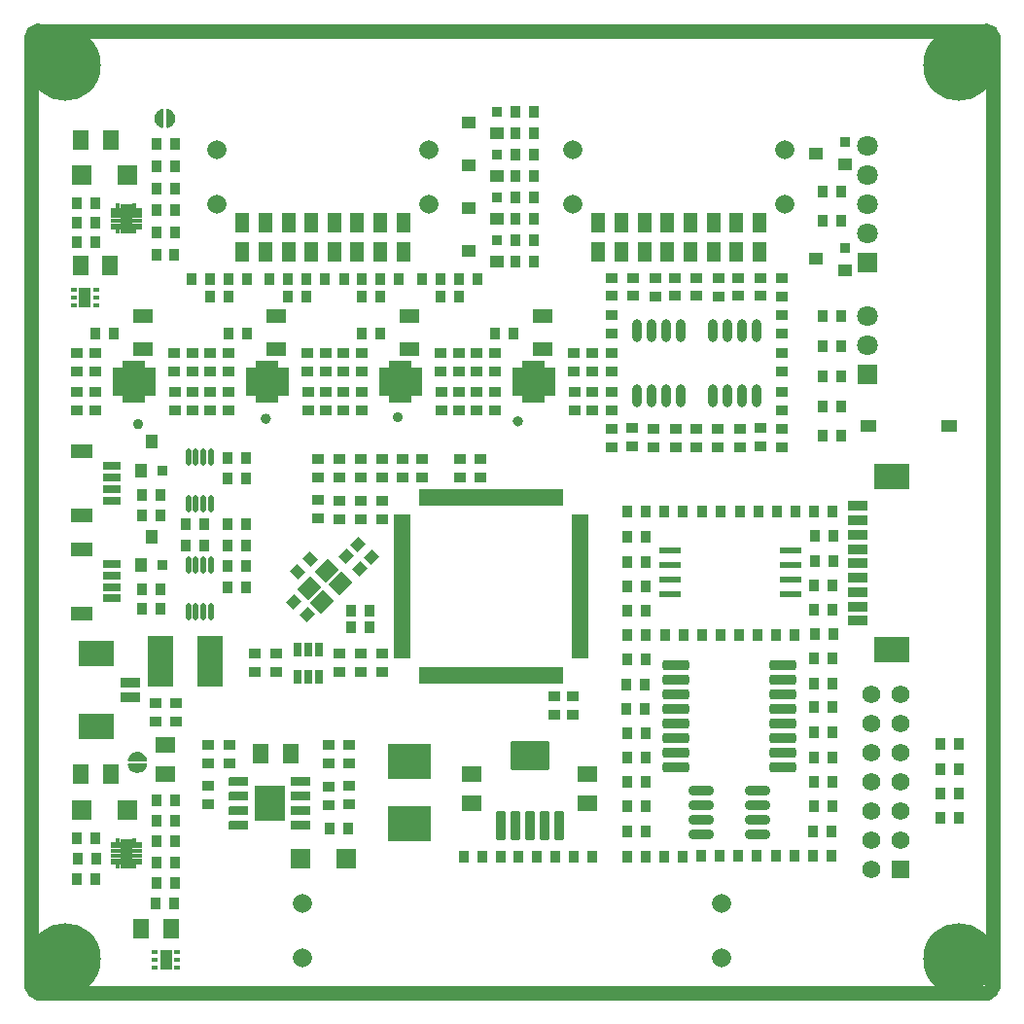
<source format=gbr>
G04*
G04 #@! TF.GenerationSoftware,Altium Limited,Altium Designer,24.1.2 (44)*
G04*
G04 Layer_Color=8388736*
%FSLAX44Y44*%
%MOMM*%
G71*
G04*
G04 #@! TF.SameCoordinates,9C78AE07-0A78-4655-BEE4-92392129F010*
G04*
G04*
G04 #@! TF.FilePolarity,Negative*
G04*
G01*
G75*
%ADD23C,0.5000*%
%ADD26C,1.2300*%
%ADD34R,1.4000X1.8000*%
%ADD35R,1.8000X1.4000*%
%ADD41R,1.5494X0.6604*%
%ADD51R,1.8000X1.8000*%
%ADD52R,0.9500X0.9000*%
%ADD56R,3.0988X2.2098*%
%ADD57R,1.7018X0.8128*%
%ADD63R,1.9539X0.5821*%
%ADD64R,0.9000X0.9500*%
%ADD65R,0.8641X0.5131*%
%ADD66R,0.5650X0.8127*%
%ADD67R,0.5334X0.4826*%
%ADD68R,0.4318X0.4580*%
%ADD69R,0.3500X0.7500*%
%ADD70R,0.7500X0.4000*%
%ADD71R,0.7000X1.1000*%
%ADD72R,0.7500X0.3500*%
%ADD73R,0.7500X0.3286*%
%ADD74R,0.8032X1.2032*%
%ADD75R,0.5032X2.6032*%
%ADD76R,0.8532X0.5032*%
%ADD77R,0.4532X0.8532*%
%ADD78R,0.8532X0.4532*%
%ADD79R,0.8532X0.5032*%
%ADD80R,0.8532X0.4318*%
%ADD81R,1.9050X1.2954*%
%ADD82R,1.7032X1.2032*%
%ADD83R,0.9032X1.0032*%
G04:AMPARAMS|DCode=84|XSize=1.0032mm|YSize=0.9032mm|CornerRadius=0mm|HoleSize=0mm|Usage=FLASHONLY|Rotation=45.000|XOffset=0mm|YOffset=0mm|HoleType=Round|Shape=Rectangle|*
%AMROTATEDRECTD84*
4,1,4,-0.0354,-0.6740,-0.6740,-0.0354,0.0354,0.6740,0.6740,0.0354,-0.0354,-0.6740,0.0*
%
%ADD84ROTATEDRECTD84*%

G04:AMPARAMS|DCode=85|XSize=1.0032mm|YSize=0.9032mm|CornerRadius=0mm|HoleSize=0mm|Usage=FLASHONLY|Rotation=315.000|XOffset=0mm|YOffset=0mm|HoleType=Round|Shape=Rectangle|*
%AMROTATEDRECTD85*
4,1,4,-0.6740,0.0354,-0.0354,0.6740,0.6740,-0.0354,0.0354,-0.6740,-0.6740,0.0354,0.0*
%
%ADD85ROTATEDRECTD85*%

%ADD86R,1.0032X0.9032*%
%ADD87R,3.1524X2.2524*%
%ADD88R,1.7524X0.9524*%
G04:AMPARAMS|DCode=89|XSize=2.3632mm|YSize=0.9232mm|CornerRadius=0.2816mm|HoleSize=0mm|Usage=FLASHONLY|Rotation=0.000|XOffset=0mm|YOffset=0mm|HoleType=Round|Shape=RoundedRectangle|*
%AMROUNDEDRECTD89*
21,1,2.3632,0.3600,0,0,0.0*
21,1,1.8000,0.9232,0,0,0.0*
1,1,0.5632,0.9000,-0.1800*
1,1,0.5632,-0.9000,-0.1800*
1,1,0.5632,-0.9000,0.1800*
1,1,0.5632,0.9000,0.1800*
%
%ADD89ROUNDEDRECTD89*%
%ADD90R,1.4032X1.0032*%
%ADD91R,2.2032X4.4032*%
%ADD92R,1.1016X1.7016*%
%ADD93R,0.5516X0.4016*%
%ADD94R,1.1532X1.1032*%
%ADD95R,1.2032X1.7032*%
%ADD96O,0.4500X1.5000*%
%ADD97O,0.8032X2.0032*%
G04:AMPARAMS|DCode=98|XSize=1.6032mm|YSize=1.4032mm|CornerRadius=0mm|HoleSize=0mm|Usage=FLASHONLY|Rotation=45.000|XOffset=0mm|YOffset=0mm|HoleType=Round|Shape=Rectangle|*
%AMROTATEDRECTD98*
4,1,4,-0.0707,-1.0629,-1.0629,-0.0707,0.0707,1.0629,1.0629,0.0707,-0.0707,-1.0629,0.0*
%
%ADD98ROTATEDRECTD98*%

G04:AMPARAMS|DCode=99|XSize=0.9032mm|YSize=2.6032mm|CornerRadius=0.1506mm|HoleSize=0mm|Usage=FLASHONLY|Rotation=180.000|XOffset=0mm|YOffset=0mm|HoleType=Round|Shape=RoundedRectangle|*
%AMROUNDEDRECTD99*
21,1,0.9032,2.3020,0,0,180.0*
21,1,0.6020,2.6032,0,0,180.0*
1,1,0.3012,-0.3010,1.1510*
1,1,0.3012,0.3010,1.1510*
1,1,0.3012,0.3010,-1.1510*
1,1,0.3012,-0.3010,-1.1510*
%
%ADD99ROUNDEDRECTD99*%
G04:AMPARAMS|DCode=100|XSize=3.4032mm|YSize=2.6032mm|CornerRadius=0.1496mm|HoleSize=0mm|Usage=FLASHONLY|Rotation=180.000|XOffset=0mm|YOffset=0mm|HoleType=Round|Shape=RoundedRectangle|*
%AMROUNDEDRECTD100*
21,1,3.4032,2.3040,0,0,180.0*
21,1,3.1040,2.6032,0,0,180.0*
1,1,0.2992,-1.5520,1.1520*
1,1,0.2992,1.5520,1.1520*
1,1,0.2992,1.5520,-1.1520*
1,1,0.2992,-1.5520,-1.1520*
%
%ADD100ROUNDEDRECTD100*%
%ADD101R,3.7032X3.1532*%
G04:AMPARAMS|DCode=102|XSize=2.1632mm|YSize=0.7732mm|CornerRadius=0.2413mm|HoleSize=0mm|Usage=FLASHONLY|Rotation=0.000|XOffset=0mm|YOffset=0mm|HoleType=Round|Shape=RoundedRectangle|*
%AMROUNDEDRECTD102*
21,1,2.1632,0.2907,0,0,0.0*
21,1,1.6807,0.7732,0,0,0.0*
1,1,0.4825,0.8404,-0.1454*
1,1,0.4825,-0.8404,-0.1454*
1,1,0.4825,-0.8404,0.1454*
1,1,0.4825,0.8404,0.1454*
%
%ADD102ROUNDEDRECTD102*%
%ADD103R,1.1032X1.1532*%
%ADD104R,1.5732X1.5732*%
%ADD105C,1.5732*%
%ADD106C,6.2032*%
%ADD107C,1.2032*%
%ADD108R,1.8032X1.8032*%
%ADD109C,1.8032*%
%ADD110C,1.6612*%
%ADD111C,0.6032*%
G36*
X124617Y775863D02*
X124653Y775863D01*
X124684Y775859D01*
X124714Y775857D01*
X124749Y775850D01*
X124785Y775845D01*
X125289Y775742D01*
X125292Y775742D01*
X125295Y775741D01*
X125356Y775724D01*
X125417Y775707D01*
X125420Y775706D01*
X125423Y775705D01*
X126394Y775364D01*
X126397Y775363D01*
X126399Y775362D01*
X126459Y775336D01*
X126516Y775312D01*
X126519Y775310D01*
X126522Y775309D01*
X127436Y774838D01*
X127439Y774837D01*
X127442Y774835D01*
X127497Y774802D01*
X127550Y774770D01*
X127553Y774768D01*
X127556Y774766D01*
X128397Y774175D01*
X128400Y774173D01*
X128402Y774171D01*
X128453Y774130D01*
X128501Y774091D01*
X128503Y774089D01*
X128506Y774087D01*
X129259Y773387D01*
X129261Y773384D01*
X129263Y773382D01*
X129308Y773335D01*
X129350Y773290D01*
X129352Y773287D01*
X129354Y773285D01*
X130005Y772488D01*
X130007Y772486D01*
X130009Y772483D01*
X130046Y772431D01*
X130082Y772380D01*
X130084Y772377D01*
X130085Y772374D01*
X130621Y771496D01*
X130623Y771494D01*
X130624Y771491D01*
X130653Y771436D01*
X130683Y771378D01*
X130684Y771375D01*
X130685Y771373D01*
X131096Y770430D01*
X131097Y770427D01*
X131099Y770424D01*
X131121Y770362D01*
X131141Y770304D01*
X131142Y770302D01*
X131143Y770298D01*
X131421Y769308D01*
X131422Y769305D01*
X131423Y769302D01*
X131436Y769240D01*
X131449Y769178D01*
X131449Y769175D01*
X131450Y769172D01*
X131590Y768153D01*
X131590Y768149D01*
X131591Y768147D01*
X131595Y768083D01*
X131600Y768020D01*
X131599Y768017D01*
X131600Y768014D01*
Y766985D01*
X131599Y766982D01*
X131600Y766979D01*
X131595Y766915D01*
X131591Y766852D01*
X131590Y766849D01*
X131590Y766846D01*
X131450Y765827D01*
X131449Y765824D01*
X131449Y765821D01*
X131436Y765759D01*
X131423Y765696D01*
X131422Y765694D01*
X131421Y765690D01*
X131143Y764700D01*
X131142Y764697D01*
X131141Y764694D01*
X131120Y764635D01*
X131099Y764575D01*
X131097Y764572D01*
X131096Y764569D01*
X130685Y763626D01*
X130684Y763623D01*
X130683Y763620D01*
X130653Y763564D01*
X130624Y763507D01*
X130623Y763505D01*
X130621Y763502D01*
X130085Y762624D01*
X130084Y762621D01*
X130082Y762619D01*
X130045Y762567D01*
X130009Y762515D01*
X130007Y762513D01*
X130005Y762510D01*
X129354Y761713D01*
X129352Y761711D01*
X129350Y761709D01*
X129307Y761663D01*
X129263Y761616D01*
X129261Y761614D01*
X129259Y761612D01*
X128506Y760911D01*
X128503Y760909D01*
X128501Y760907D01*
X128451Y760867D01*
X128402Y760827D01*
X128400Y760826D01*
X128397Y760824D01*
X127556Y760232D01*
X127553Y760231D01*
X127550Y760229D01*
X127495Y760195D01*
X127442Y760163D01*
X127439Y760162D01*
X127436Y760160D01*
X126522Y759690D01*
X126519Y759688D01*
X126516Y759687D01*
X126460Y759663D01*
X126399Y759637D01*
X126396Y759636D01*
X126394Y759635D01*
X125423Y759293D01*
X125420Y759292D01*
X125417Y759291D01*
X125356Y759274D01*
X125295Y759257D01*
X125292Y759257D01*
X125289Y759256D01*
X124785Y759153D01*
X124749Y759148D01*
X124714Y759141D01*
X124684Y759139D01*
X124653Y759135D01*
X124617Y759135D01*
X124581Y759133D01*
X124551Y759135D01*
X124520Y759134D01*
X124484Y759139D01*
X124448Y759141D01*
X124418Y759147D01*
X124388Y759151D01*
X124353Y759160D01*
X124318Y759167D01*
X124289Y759177D01*
X124259Y759185D01*
X124226Y759199D01*
X124192Y759210D01*
X124164Y759224D01*
X124136Y759235D01*
X124104Y759253D01*
X124072Y759269D01*
X124047Y759286D01*
X124020Y759301D01*
X123991Y759323D01*
X123962Y759343D01*
X123939Y759363D01*
X123914Y759382D01*
X123888Y759407D01*
X123862Y759431D01*
X123841Y759454D01*
X123819Y759476D01*
X123797Y759504D01*
X123774Y759531D01*
X123757Y759556D01*
X123738Y759581D01*
X123719Y759612D01*
X123700Y759642D01*
X123686Y759669D01*
X123671Y759696D01*
X123657Y759729D01*
X123641Y759761D01*
X123631Y759790D01*
X123619Y759819D01*
X123610Y759853D01*
X123598Y759887D01*
X123592Y759917D01*
X123584Y759947D01*
X123579Y759983D01*
X123572Y760018D01*
X123570Y760049D01*
X123566Y760079D01*
X123566Y760115D01*
X123563Y760151D01*
X123563Y774848D01*
X123566Y774884D01*
X123566Y774919D01*
X123570Y774949D01*
X123572Y774981D01*
X123579Y775016D01*
X123584Y775051D01*
X123592Y775081D01*
X123598Y775111D01*
X123610Y775146D01*
X123619Y775180D01*
X123631Y775208D01*
X123641Y775237D01*
X123657Y775270D01*
X123671Y775303D01*
X123686Y775329D01*
X123700Y775357D01*
X123720Y775387D01*
X123738Y775418D01*
X123756Y775442D01*
X123774Y775468D01*
X123798Y775495D01*
X123819Y775523D01*
X123841Y775544D01*
X123861Y775568D01*
X123889Y775592D01*
X123914Y775617D01*
X123938Y775635D01*
X123962Y775656D01*
X123992Y775676D01*
X124020Y775697D01*
X124046Y775712D01*
X124072Y775730D01*
X124105Y775745D01*
X124136Y775763D01*
X124164Y775775D01*
X124192Y775788D01*
X124226Y775800D01*
X124259Y775814D01*
X124289Y775821D01*
X124318Y775831D01*
X124353Y775838D01*
X124388Y775847D01*
X124418Y775851D01*
X124448Y775857D01*
X124484Y775860D01*
X124520Y775864D01*
X124551Y775864D01*
X124581Y775866D01*
X124581D01*
X124617Y775863D01*
D02*
G37*
G36*
X120452Y775861D02*
X120483Y775861D01*
X120519Y775856D01*
X120554Y775854D01*
X120584Y775848D01*
X120615Y775844D01*
X120650Y775835D01*
X120685Y775828D01*
X120714Y775818D01*
X120744Y775810D01*
X120777Y775797D01*
X120811Y775785D01*
X120839Y775771D01*
X120867Y775760D01*
X120898Y775742D01*
X120931Y775726D01*
X120956Y775709D01*
X120983Y775694D01*
X121012Y775672D01*
X121041Y775652D01*
X121064Y775632D01*
X121089Y775613D01*
X121114Y775588D01*
X121141Y775564D01*
X121162Y775541D01*
X121184Y775520D01*
X121206Y775491D01*
X121229Y775464D01*
X121246Y775439D01*
X121265Y775414D01*
X121283Y775383D01*
X121303Y775354D01*
X121317Y775326D01*
X121332Y775299D01*
X121346Y775266D01*
X121362Y775234D01*
X121372Y775205D01*
X121384Y775177D01*
X121393Y775142D01*
X121405Y775108D01*
X121411Y775078D01*
X121419Y775048D01*
X121424Y775013D01*
X121431Y774977D01*
X121433Y774947D01*
X121437Y774916D01*
X121437Y774880D01*
X121440Y774845D01*
X121440Y760147D01*
X121437Y760111D01*
X121437Y760076D01*
X121433Y760046D01*
X121431Y760015D01*
X121424Y759979D01*
X121419Y759944D01*
X121411Y759914D01*
X121405Y759884D01*
X121393Y759849D01*
X121384Y759815D01*
X121372Y759788D01*
X121362Y759758D01*
X121346Y759725D01*
X121332Y759693D01*
X121317Y759666D01*
X121313Y759659D01*
X121303Y759638D01*
X121283Y759608D01*
X121265Y759578D01*
X121247Y759554D01*
X121229Y759528D01*
X121205Y759500D01*
X121184Y759472D01*
X121162Y759451D01*
X121141Y759428D01*
X121114Y759404D01*
X121089Y759379D01*
X121065Y759360D01*
X121041Y759340D01*
X121011Y759320D01*
X120983Y759298D01*
X120956Y759283D01*
X120931Y759266D01*
X120898Y759250D01*
X120867Y759232D01*
X120839Y759221D01*
X120811Y759207D01*
X120777Y759195D01*
X120744Y759182D01*
X120714Y759174D01*
X120685Y759164D01*
X120650Y759157D01*
X120615Y759148D01*
X120584Y759144D01*
X120554Y759138D01*
X120519Y759136D01*
X120483Y759131D01*
X120452Y759131D01*
X120421Y759129D01*
X120421D01*
X120385Y759132D01*
X120350Y759132D01*
X120319Y759136D01*
X120288Y759138D01*
X120253Y759145D01*
X120218Y759150D01*
X119714Y759253D01*
X119711Y759254D01*
X119708Y759254D01*
X119647Y759271D01*
X119585Y759288D01*
X119583Y759289D01*
X119579Y759290D01*
X118609Y759631D01*
X118606Y759632D01*
X118603Y759633D01*
X118544Y759659D01*
X118487Y759684D01*
X118484Y759685D01*
X118481Y759686D01*
X117566Y760157D01*
X117564Y760159D01*
X117561Y760160D01*
X117506Y760193D01*
X117452Y760226D01*
X117450Y760228D01*
X117447Y760229D01*
X116605Y760820D01*
X116603Y760822D01*
X116600Y760824D01*
X116550Y760865D01*
X116502Y760904D01*
X116500Y760906D01*
X116497Y760908D01*
X115744Y761609D01*
X115742Y761611D01*
X115739Y761613D01*
X115695Y761660D01*
X115653Y761705D01*
X115651Y761708D01*
X115649Y761710D01*
X114998Y762507D01*
X114996Y762510D01*
X114994Y762512D01*
X114957Y762565D01*
X114921Y762616D01*
X114919Y762618D01*
X114917Y762621D01*
X114382Y763499D01*
X114380Y763502D01*
X114378Y763504D01*
X114350Y763559D01*
X114320Y763617D01*
X114319Y763620D01*
X114317Y763623D01*
X113907Y764566D01*
X113906Y764568D01*
X113904Y764571D01*
X113882Y764633D01*
X113862Y764691D01*
X113861Y764694D01*
X113860Y764697D01*
X113582Y765687D01*
X113581Y765690D01*
X113580Y765693D01*
X113567Y765755D01*
X113554Y765817D01*
X113554Y765821D01*
X113553Y765824D01*
X113413Y766843D01*
X113413Y766846D01*
X113412Y766849D01*
X113408Y766913D01*
X113403Y766975D01*
X113403Y766979D01*
X113403Y766982D01*
X113403Y768010D01*
X113403Y768013D01*
X113403Y768017D01*
X113408Y768081D01*
X113412Y768143D01*
X113413Y768146D01*
X113413Y768149D01*
X113553Y769168D01*
X113554Y769171D01*
X113554Y769174D01*
X113567Y769237D01*
X113580Y769299D01*
X113581Y769302D01*
X113582Y769305D01*
X113860Y770295D01*
X113861Y770298D01*
X113862Y770301D01*
X113883Y770361D01*
X113904Y770421D01*
X113906Y770424D01*
X113907Y770426D01*
X114317Y771369D01*
X114319Y771372D01*
X114320Y771375D01*
X114349Y771431D01*
X114378Y771488D01*
X114380Y771490D01*
X114382Y771493D01*
X114917Y772371D01*
X114919Y772374D01*
X114921Y772376D01*
X114958Y772428D01*
X114994Y772480D01*
X114996Y772482D01*
X114998Y772485D01*
X115648Y773282D01*
X115651Y773284D01*
X115653Y773287D01*
X115696Y773333D01*
X115739Y773379D01*
X115742Y773381D01*
X115744Y773383D01*
X116497Y774084D01*
X116500Y774086D01*
X116502Y774088D01*
X116551Y774128D01*
X116600Y774168D01*
X116603Y774170D01*
X116605Y774172D01*
X117447Y774763D01*
X117450Y774764D01*
X117452Y774766D01*
X117508Y774800D01*
X117561Y774832D01*
X117564Y774833D01*
X117566Y774835D01*
X118481Y775306D01*
X118484Y775307D01*
X118487Y775308D01*
X118543Y775332D01*
X118603Y775359D01*
X118606Y775359D01*
X118609Y775361D01*
X119579Y775702D01*
X119582Y775703D01*
X119585Y775704D01*
X119647Y775721D01*
X119708Y775738D01*
X119711Y775738D01*
X119714Y775739D01*
X120218Y775842D01*
X120253Y775847D01*
X120288Y775854D01*
X120319Y775856D01*
X120350Y775860D01*
X120385Y775860D01*
X120421Y775863D01*
X120452Y775861D01*
D02*
G37*
G36*
X453444Y550608D02*
X462199Y550607D01*
Y526070D01*
X462190Y526061D01*
X453444D01*
X453448Y526057D01*
X453446Y519971D01*
X433919Y519972D01*
Y526070D01*
X425148Y526070D01*
X425173Y550609D01*
X433919Y550609D01*
Y556704D01*
X453444D01*
Y550608D01*
D02*
G37*
G36*
X337413D02*
X346168Y550607D01*
Y526070D01*
X346159Y526061D01*
X337413D01*
X337417Y526057D01*
X337415Y519971D01*
X317888Y519972D01*
Y526070D01*
X309117Y526070D01*
X309142Y550609D01*
X317888Y550609D01*
Y556704D01*
X337413D01*
Y550608D01*
D02*
G37*
G36*
X221381D02*
X230137Y550607D01*
Y526070D01*
X230128Y526061D01*
X221381D01*
X221385Y526057D01*
X221384Y519971D01*
X201857Y519972D01*
Y526070D01*
X193085Y526070D01*
X193111Y550609D01*
X201857Y550609D01*
Y556704D01*
X221381D01*
Y550608D01*
D02*
G37*
G36*
X105350D02*
X114105Y550607D01*
Y526070D01*
X114096Y526061D01*
X105350D01*
X105354Y526057D01*
X105352Y519971D01*
X85826Y519972D01*
Y526070D01*
X77054Y526070D01*
X77079Y550609D01*
X85826Y550609D01*
Y556704D01*
X105350D01*
Y550608D01*
D02*
G37*
G36*
X468990Y430289D02*
X343790D01*
Y444789D01*
X468990D01*
Y430289D01*
D02*
G37*
G36*
X491140Y417439D02*
Y412439D01*
Y407439D01*
X491140D01*
Y402639D01*
X491140D01*
Y397439D01*
Y392439D01*
Y387439D01*
Y382439D01*
Y377439D01*
X491140D01*
Y372439D01*
Y367639D01*
X491140D01*
Y362439D01*
Y357439D01*
Y352439D01*
Y347439D01*
Y342439D01*
X491140D01*
Y337639D01*
X491140D01*
Y332439D01*
Y327439D01*
Y322439D01*
Y317439D01*
Y312439D01*
Y307439D01*
Y302439D01*
Y297439D01*
X476640D01*
Y302439D01*
Y307439D01*
Y312439D01*
Y317439D01*
Y322439D01*
Y327439D01*
Y332439D01*
Y337439D01*
X476640D01*
Y342639D01*
X476640D01*
Y347439D01*
Y352439D01*
Y357439D01*
Y362439D01*
Y367439D01*
X476640D01*
Y372439D01*
Y377639D01*
X476640D01*
Y382439D01*
Y387439D01*
Y392439D01*
Y397439D01*
Y402439D01*
X476640D01*
Y407639D01*
X476640D01*
Y412439D01*
Y417439D01*
Y422639D01*
X491140D01*
Y417439D01*
D02*
G37*
G36*
X336140D02*
Y412439D01*
Y407439D01*
Y402439D01*
Y397439D01*
Y392439D01*
Y387439D01*
Y382439D01*
Y377439D01*
Y372439D01*
Y367439D01*
Y362439D01*
Y357439D01*
Y352439D01*
Y347439D01*
Y342439D01*
Y337439D01*
Y332439D01*
Y327439D01*
Y322439D01*
Y317439D01*
Y312439D01*
Y307439D01*
Y302439D01*
Y297439D01*
X321640D01*
Y302439D01*
Y307439D01*
Y312439D01*
Y317439D01*
Y322439D01*
Y327439D01*
Y332439D01*
Y337439D01*
Y342439D01*
Y347439D01*
Y352439D01*
Y357439D01*
Y362439D01*
Y367439D01*
Y372439D01*
Y377439D01*
Y382439D01*
Y387439D01*
Y392439D01*
Y397439D01*
Y402439D01*
Y407439D01*
Y412439D01*
Y417439D01*
Y422639D01*
X336140D01*
Y417439D01*
D02*
G37*
G36*
X428990Y289789D02*
X468990D01*
Y275289D01*
X428790D01*
Y275289D01*
X423990D01*
Y275289D01*
X398790D01*
Y275289D01*
X388990D01*
Y275289D01*
X363790D01*
Y275289D01*
X358990D01*
Y275289D01*
X343790D01*
Y289789D01*
X358790D01*
Y289789D01*
X363990D01*
Y289789D01*
X388790D01*
Y289789D01*
X398990D01*
Y289789D01*
X423790D01*
Y289789D01*
X428990D01*
Y289789D01*
D02*
G37*
G36*
X99070Y215849D02*
X99073Y215849D01*
X99137Y215845D01*
X99200Y215841D01*
X99203Y215840D01*
X99206Y215840D01*
X100225Y215699D01*
X100228Y215699D01*
X100231Y215699D01*
X100293Y215685D01*
X100356Y215673D01*
X100358Y215672D01*
X100361Y215671D01*
X101352Y215393D01*
X101355Y215392D01*
X101358Y215391D01*
X101417Y215370D01*
X101477Y215348D01*
X101480Y215347D01*
X101483Y215346D01*
X102426Y214935D01*
X102429Y214934D01*
X102432Y214933D01*
X102488Y214903D01*
X102544Y214874D01*
X102547Y214872D01*
X102550Y214871D01*
X103428Y214335D01*
X103430Y214333D01*
X103433Y214332D01*
X103485Y214295D01*
X103537Y214258D01*
X103539Y214256D01*
X103541Y214255D01*
X104338Y213604D01*
X104341Y213602D01*
X104343Y213600D01*
X104389Y213557D01*
X104436Y213513D01*
X104438Y213511D01*
X104440Y213509D01*
X105140Y212756D01*
X105142Y212753D01*
X105145Y212751D01*
X105185Y212701D01*
X105225Y212652D01*
X105226Y212650D01*
X105228Y212647D01*
X105819Y211805D01*
X105821Y211803D01*
X105823Y211800D01*
X105857Y211744D01*
X105889Y211692D01*
X105890Y211689D01*
X105892Y211686D01*
X106362Y210771D01*
X106363Y210769D01*
X106365Y210766D01*
X106389Y210709D01*
X106415Y210649D01*
X106416Y210646D01*
X106417Y210643D01*
X106759Y209673D01*
X106760Y209670D01*
X106761Y209667D01*
X106777Y209606D01*
X106795Y209545D01*
X106795Y209542D01*
X106796Y209539D01*
X106899Y209035D01*
X106903Y208999D01*
X106910Y208964D01*
X106913Y208933D01*
X106917Y208903D01*
X106917Y208867D01*
X106919Y208831D01*
X106917Y208801D01*
X106917Y208770D01*
X106913Y208734D01*
X106910Y208698D01*
X106905Y208668D01*
X106901Y208638D01*
X106891Y208603D01*
X106884Y208568D01*
X106875Y208538D01*
X106867Y208509D01*
X106853Y208476D01*
X106842Y208442D01*
X106828Y208414D01*
X106817Y208386D01*
X106799Y208354D01*
X106783Y208322D01*
X106766Y208297D01*
X106750Y208270D01*
X106729Y208241D01*
X106709Y208211D01*
X106689Y208188D01*
X106670Y208164D01*
X106645Y208138D01*
X106621Y208111D01*
X106598Y208091D01*
X106576Y208069D01*
X106548Y208047D01*
X106521Y208023D01*
X106495Y208006D01*
X106471Y207987D01*
X106440Y207969D01*
X106410Y207950D01*
X106383Y207936D01*
X106356Y207920D01*
X106323Y207906D01*
X106291Y207890D01*
X106262Y207881D01*
X106233Y207869D01*
X106198Y207859D01*
X106165Y207848D01*
X106135Y207842D01*
X106105Y207834D01*
X106069Y207829D01*
X106034Y207822D01*
X106003Y207820D01*
X105973Y207816D01*
X105937Y207815D01*
X105901Y207813D01*
X91204Y207813D01*
X91168Y207815D01*
X91132Y207816D01*
X91102Y207820D01*
X91071Y207822D01*
X91036Y207829D01*
X91000Y207834D01*
X90971Y207842D01*
X90941Y207848D01*
X90906Y207859D01*
X90872Y207869D01*
X90844Y207880D01*
X90815Y207890D01*
X90782Y207907D01*
X90749Y207920D01*
X90723Y207936D01*
X90695Y207949D01*
X90665Y207970D01*
X90634Y207987D01*
X90610Y208006D01*
X90584Y208023D01*
X90561Y208044D01*
X90557Y208047D01*
X90529Y208069D01*
X90508Y208091D01*
X90484Y208111D01*
X90460Y208139D01*
X90435Y208164D01*
X90417Y208188D01*
X90396Y208211D01*
X90376Y208242D01*
X90355Y208270D01*
X90340Y208296D01*
X90322Y208322D01*
X90306Y208355D01*
X90289Y208386D01*
X90277Y208414D01*
X90263Y208442D01*
X90252Y208476D01*
X90238Y208509D01*
X90231Y208538D01*
X90221Y208568D01*
X90214Y208603D01*
X90204Y208638D01*
X90201Y208668D01*
X90195Y208698D01*
X90192Y208734D01*
X90188Y208770D01*
X90188Y208801D01*
X90186Y208831D01*
Y208831D01*
X90188Y208867D01*
X90189Y208903D01*
X90193Y208933D01*
X90195Y208964D01*
X90202Y208999D01*
X90206Y209035D01*
X90309Y209539D01*
X90310Y209542D01*
X90311Y209545D01*
X90328Y209606D01*
X90344Y209667D01*
X90346Y209670D01*
X90346Y209673D01*
X90688Y210644D01*
X90689Y210646D01*
X90690Y210649D01*
X90716Y210709D01*
X90740Y210766D01*
X90742Y210769D01*
X90743Y210771D01*
X91214Y211686D01*
X91215Y211689D01*
X91217Y211692D01*
X91250Y211747D01*
X91282Y211800D01*
X91284Y211803D01*
X91286Y211805D01*
X91877Y212647D01*
X91879Y212650D01*
X91881Y212652D01*
X91921Y212702D01*
X91960Y212751D01*
X91963Y212753D01*
X91965Y212756D01*
X92665Y213509D01*
X92667Y213511D01*
X92669Y213513D01*
X92717Y213558D01*
X92762Y213600D01*
X92765Y213602D01*
X92767Y213604D01*
X93564Y214255D01*
X93566Y214256D01*
X93568Y214258D01*
X93621Y214296D01*
X93672Y214332D01*
X93675Y214333D01*
X93677Y214335D01*
X94556Y214871D01*
X94558Y214872D01*
X94561Y214874D01*
X94616Y214902D01*
X94674Y214933D01*
X94677Y214934D01*
X94679Y214935D01*
X95622Y215346D01*
X95625Y215347D01*
X95628Y215348D01*
X95690Y215370D01*
X95747Y215391D01*
X95750Y215392D01*
X95753Y215393D01*
X96744Y215671D01*
X96747Y215672D01*
X96750Y215673D01*
X96812Y215685D01*
X96874Y215699D01*
X96877Y215699D01*
X96880Y215699D01*
X97899Y215840D01*
X97902Y215840D01*
X97905Y215841D01*
X97969Y215845D01*
X98032Y215849D01*
X98035Y215849D01*
X98038Y215849D01*
X99067D01*
X99070Y215849D01*
D02*
G37*
G36*
X105941Y205687D02*
X105976Y205687D01*
X106006Y205683D01*
X106037Y205681D01*
X106073Y205674D01*
X106108Y205669D01*
X106137Y205661D01*
X106168Y205655D01*
X106202Y205643D01*
X106236Y205634D01*
X106264Y205622D01*
X106294Y205612D01*
X106327Y205596D01*
X106359Y205582D01*
X106385Y205567D01*
X106413Y205553D01*
X106444Y205533D01*
X106474Y205515D01*
X106498Y205496D01*
X106524Y205479D01*
X106552Y205455D01*
X106580Y205433D01*
X106601Y205412D01*
X106624Y205391D01*
X106648Y205364D01*
X106673Y205339D01*
X106692Y205314D01*
X106712Y205291D01*
X106732Y205261D01*
X106754Y205233D01*
X106769Y205206D01*
X106786Y205180D01*
X106802Y205148D01*
X106820Y205117D01*
X106831Y205089D01*
X106845Y205061D01*
X106857Y205026D01*
X106870Y204994D01*
X106878Y204964D01*
X106888Y204935D01*
X106895Y204900D01*
X106904Y204865D01*
X106908Y204834D01*
X106914Y204804D01*
X106916Y204768D01*
X106921Y204733D01*
X106920Y204702D01*
X106923Y204671D01*
Y204671D01*
X106920Y204635D01*
X106920Y204599D01*
X106916Y204569D01*
X106914Y204538D01*
X106907Y204503D01*
X106902Y204468D01*
X106799Y203964D01*
X106798Y203961D01*
X106798Y203958D01*
X106781Y203897D01*
X106764Y203835D01*
X106763Y203832D01*
X106762Y203829D01*
X106420Y202859D01*
X106419Y202856D01*
X106419Y202853D01*
X106393Y202794D01*
X106368Y202736D01*
X106367Y202734D01*
X106365Y202731D01*
X105895Y201816D01*
X105893Y201814D01*
X105892Y201811D01*
X105858Y201756D01*
X105826Y201702D01*
X105824Y201700D01*
X105823Y201697D01*
X105231Y200855D01*
X105230Y200853D01*
X105228Y200850D01*
X105187Y200800D01*
X105148Y200751D01*
X105146Y200749D01*
X105144Y200747D01*
X104443Y199994D01*
X104441Y199992D01*
X104439Y199989D01*
X104391Y199945D01*
X104346Y199902D01*
X104344Y199900D01*
X104342Y199898D01*
X103545Y199248D01*
X103542Y199246D01*
X103540Y199244D01*
X103487Y199207D01*
X103436Y199170D01*
X103434Y199169D01*
X103431Y199167D01*
X102553Y198631D01*
X102550Y198630D01*
X102548Y198628D01*
X102493Y198600D01*
X102435Y198570D01*
X102432Y198569D01*
X102429Y198567D01*
X101486Y198156D01*
X101483Y198155D01*
X101481Y198154D01*
X101418Y198132D01*
X101361Y198111D01*
X101358Y198111D01*
X101355Y198110D01*
X100365Y197831D01*
X100362Y197831D01*
X100359Y197830D01*
X100297Y197817D01*
X100234Y197804D01*
X100231Y197804D01*
X100228Y197803D01*
X99209Y197663D01*
X99206Y197662D01*
X99203Y197662D01*
X99140Y197658D01*
X99076Y197653D01*
X99073Y197653D01*
X99070Y197653D01*
X98041D01*
X98038Y197653D01*
X98035Y197653D01*
X97972Y197658D01*
X97909Y197662D01*
X97906Y197662D01*
X97902Y197663D01*
X96883Y197803D01*
X96880Y197804D01*
X96877Y197804D01*
X96815Y197817D01*
X96753Y197830D01*
X96750Y197831D01*
X96747Y197831D01*
X95757Y198110D01*
X95754Y198111D01*
X95751Y198111D01*
X95691Y198133D01*
X95631Y198154D01*
X95628Y198155D01*
X95625Y198156D01*
X94682Y198567D01*
X94680Y198569D01*
X94677Y198570D01*
X94621Y198599D01*
X94564Y198628D01*
X94561Y198630D01*
X94559Y198631D01*
X93681Y199167D01*
X93678Y199169D01*
X93675Y199170D01*
X93624Y199207D01*
X93572Y199244D01*
X93569Y199246D01*
X93567Y199248D01*
X92770Y199898D01*
X92768Y199900D01*
X92765Y199902D01*
X92719Y199946D01*
X92673Y199989D01*
X92671Y199991D01*
X92668Y199994D01*
X91968Y200747D01*
X91966Y200749D01*
X91964Y200751D01*
X91924Y200801D01*
X91884Y200850D01*
X91882Y200853D01*
X91880Y200855D01*
X91289Y201697D01*
X91287Y201700D01*
X91285Y201702D01*
X91252Y201758D01*
X91220Y201811D01*
X91219Y201814D01*
X91217Y201816D01*
X90746Y202731D01*
X90745Y202734D01*
X90744Y202736D01*
X90719Y202793D01*
X90693Y202853D01*
X90692Y202856D01*
X90691Y202859D01*
X90350Y203829D01*
X90349Y203832D01*
X90348Y203835D01*
X90331Y203897D01*
X90314Y203958D01*
X90313Y203961D01*
X90313Y203964D01*
X90210Y204468D01*
X90205Y204503D01*
X90198Y204538D01*
X90196Y204569D01*
X90192Y204599D01*
X90191Y204635D01*
X90189Y204671D01*
X90191Y204702D01*
X90191Y204733D01*
X90196Y204768D01*
X90198Y204804D01*
X90204Y204834D01*
X90208Y204865D01*
X90217Y204900D01*
X90224Y204935D01*
X90234Y204964D01*
X90242Y204994D01*
X90255Y205026D01*
X90267Y205061D01*
X90280Y205089D01*
X90292Y205117D01*
X90310Y205148D01*
X90326Y205180D01*
X90343Y205206D01*
X90358Y205233D01*
X90380Y205261D01*
X90400Y205291D01*
X90420Y205314D01*
X90438Y205339D01*
X90464Y205364D01*
X90487Y205391D01*
X90511Y205411D01*
X90532Y205433D01*
X90561Y205455D01*
X90588Y205479D01*
X90613Y205496D01*
X90638Y205515D01*
X90669Y205533D01*
X90698Y205553D01*
X90726Y205566D01*
X90752Y205582D01*
X90786Y205596D01*
X90818Y205612D01*
X90847Y205622D01*
X90875Y205634D01*
X90910Y205643D01*
X90944Y205655D01*
X90974Y205661D01*
X91004Y205669D01*
X91039Y205674D01*
X91074Y205681D01*
X91105Y205683D01*
X91136Y205687D01*
X91171Y205687D01*
X91207Y205689D01*
X105904Y205689D01*
X105941Y205687D01*
D02*
G37*
G36*
X248783Y193737D02*
X248803D01*
X248833Y193727D01*
X248853D01*
X248883Y193717D01*
X248903Y193707D01*
X248933Y193697D01*
X248953Y193677D01*
X248973Y193667D01*
X248993Y193647D01*
X249013Y193637D01*
X249033Y193617D01*
X249053Y193597D01*
X249073Y193577D01*
X249093Y193557D01*
X249103Y193537D01*
X249123Y193517D01*
X249133Y193497D01*
X249153Y193477D01*
X249163Y193447D01*
X249173Y193427D01*
X249183Y193397D01*
Y193377D01*
X249193Y193347D01*
Y193327D01*
X249203Y193297D01*
Y193277D01*
Y193247D01*
Y186847D01*
Y186817D01*
Y186797D01*
X249193Y186767D01*
Y186747D01*
X249183Y186717D01*
Y186697D01*
X249173Y186667D01*
X249163Y186647D01*
X249153Y186617D01*
X249133Y186597D01*
X249123Y186577D01*
X249103Y186557D01*
X249093Y186537D01*
X249073Y186517D01*
X249053Y186497D01*
X249033Y186477D01*
X249013Y186457D01*
X248993Y186447D01*
X248973Y186427D01*
X248953Y186417D01*
X248933Y186397D01*
X248903Y186387D01*
X248883Y186377D01*
X248853Y186367D01*
X248833D01*
X248803Y186357D01*
X248783D01*
X248753Y186347D01*
X232753D01*
X232723Y186357D01*
X232703D01*
X232673Y186367D01*
X232653D01*
X232623Y186377D01*
X232603Y186387D01*
X232573Y186397D01*
X232553Y186417D01*
X232533Y186427D01*
X232513Y186447D01*
X232493Y186457D01*
X232473Y186477D01*
X232453Y186497D01*
X232433Y186517D01*
X232413Y186537D01*
X232403Y186557D01*
X232383Y186577D01*
X232373Y186597D01*
X232353Y186617D01*
X232343Y186647D01*
X232333Y186667D01*
X232323Y186697D01*
Y186717D01*
X232313Y186747D01*
Y186767D01*
X232303Y186797D01*
Y186817D01*
Y186847D01*
Y193247D01*
Y193277D01*
Y193297D01*
X232313Y193327D01*
Y193347D01*
X232323Y193377D01*
Y193397D01*
X232333Y193427D01*
X232343Y193447D01*
X232353Y193477D01*
X232373Y193497D01*
X232383Y193517D01*
X232403Y193537D01*
X232413Y193557D01*
X232433Y193577D01*
X232453Y193597D01*
X232473Y193617D01*
X232493Y193637D01*
X232513Y193647D01*
X232533Y193667D01*
X232553Y193677D01*
X232573Y193697D01*
X232603Y193707D01*
X232623Y193717D01*
X232653Y193727D01*
X232673D01*
X232703Y193737D01*
X232723D01*
X232753Y193747D01*
X248753D01*
X248783Y193737D01*
D02*
G37*
G36*
X194783D02*
X194803D01*
X194833Y193727D01*
X194853D01*
X194883Y193717D01*
X194903Y193707D01*
X194933Y193697D01*
X194953Y193677D01*
X194973Y193667D01*
X194993Y193647D01*
X195013Y193637D01*
X195033Y193617D01*
X195053Y193597D01*
X195073Y193577D01*
X195093Y193557D01*
X195103Y193537D01*
X195123Y193517D01*
X195133Y193497D01*
X195153Y193477D01*
X195163Y193447D01*
X195173Y193427D01*
X195183Y193397D01*
Y193377D01*
X195193Y193347D01*
Y193327D01*
X195203Y193297D01*
Y193277D01*
Y193247D01*
Y186847D01*
Y186817D01*
Y186797D01*
X195193Y186767D01*
Y186747D01*
X195183Y186717D01*
Y186697D01*
X195173Y186667D01*
X195163Y186647D01*
X195153Y186617D01*
X195133Y186597D01*
X195123Y186577D01*
X195103Y186557D01*
X195093Y186537D01*
X195073Y186517D01*
X195053Y186497D01*
X195033Y186477D01*
X195013Y186457D01*
X194993Y186447D01*
X194973Y186427D01*
X194953Y186417D01*
X194933Y186397D01*
X194903Y186387D01*
X194883Y186377D01*
X194853Y186367D01*
X194833D01*
X194803Y186357D01*
X194783D01*
X194753Y186347D01*
X178753D01*
X178723Y186357D01*
X178703D01*
X178673Y186367D01*
X178653D01*
X178623Y186377D01*
X178603Y186387D01*
X178573Y186397D01*
X178553Y186417D01*
X178533Y186427D01*
X178513Y186447D01*
X178493Y186457D01*
X178473Y186477D01*
X178453Y186497D01*
X178433Y186517D01*
X178413Y186537D01*
X178403Y186557D01*
X178383Y186577D01*
X178373Y186597D01*
X178353Y186617D01*
X178343Y186647D01*
X178333Y186667D01*
X178323Y186697D01*
Y186717D01*
X178313Y186747D01*
Y186767D01*
X178303Y186797D01*
Y186817D01*
Y186847D01*
Y193247D01*
Y193277D01*
Y193297D01*
X178313Y193327D01*
Y193347D01*
X178323Y193377D01*
Y193397D01*
X178333Y193427D01*
X178343Y193447D01*
X178353Y193477D01*
X178373Y193497D01*
X178383Y193517D01*
X178403Y193537D01*
X178413Y193557D01*
X178433Y193577D01*
X178453Y193597D01*
X178473Y193617D01*
X178493Y193637D01*
X178513Y193647D01*
X178533Y193667D01*
X178553Y193677D01*
X178573Y193697D01*
X178603Y193707D01*
X178623Y193717D01*
X178653Y193727D01*
X178673D01*
X178703Y193737D01*
X178723D01*
X178753Y193747D01*
X194753D01*
X194783Y193737D01*
D02*
G37*
G36*
X248783Y181037D02*
X248803D01*
X248833Y181027D01*
X248853D01*
X248883Y181017D01*
X248903Y181007D01*
X248933Y180997D01*
X248953Y180977D01*
X248973Y180967D01*
X248993Y180947D01*
X249013Y180937D01*
X249033Y180917D01*
X249053Y180897D01*
X249073Y180877D01*
X249093Y180857D01*
X249103Y180837D01*
X249123Y180817D01*
X249133Y180797D01*
X249153Y180777D01*
X249163Y180747D01*
X249173Y180727D01*
X249183Y180697D01*
Y180677D01*
X249193Y180647D01*
Y180627D01*
X249203Y180597D01*
Y180577D01*
Y180547D01*
Y174147D01*
Y174117D01*
Y174097D01*
X249193Y174067D01*
Y174047D01*
X249183Y174017D01*
Y173997D01*
X249173Y173967D01*
X249163Y173947D01*
X249153Y173917D01*
X249133Y173897D01*
X249123Y173877D01*
X249103Y173857D01*
X249093Y173837D01*
X249073Y173817D01*
X249053Y173797D01*
X249033Y173777D01*
X249013Y173757D01*
X248993Y173747D01*
X248973Y173727D01*
X248953Y173717D01*
X248933Y173697D01*
X248903Y173687D01*
X248883Y173677D01*
X248853Y173667D01*
X248833D01*
X248803Y173657D01*
X248783D01*
X248753Y173647D01*
X232753D01*
X232723Y173657D01*
X232703D01*
X232673Y173667D01*
X232653D01*
X232623Y173677D01*
X232603Y173687D01*
X232573Y173697D01*
X232553Y173717D01*
X232533Y173727D01*
X232513Y173747D01*
X232493Y173757D01*
X232473Y173777D01*
X232453Y173797D01*
X232433Y173817D01*
X232413Y173837D01*
X232403Y173857D01*
X232383Y173877D01*
X232373Y173897D01*
X232353Y173917D01*
X232343Y173947D01*
X232333Y173967D01*
X232323Y173997D01*
Y174017D01*
X232313Y174047D01*
Y174067D01*
X232303Y174097D01*
Y174117D01*
Y174147D01*
Y180547D01*
Y180577D01*
Y180597D01*
X232313Y180627D01*
Y180647D01*
X232323Y180677D01*
Y180697D01*
X232333Y180727D01*
X232343Y180747D01*
X232353Y180777D01*
X232373Y180797D01*
X232383Y180817D01*
X232403Y180837D01*
X232413Y180857D01*
X232433Y180877D01*
X232453Y180897D01*
X232473Y180917D01*
X232493Y180937D01*
X232513Y180947D01*
X232533Y180967D01*
X232553Y180977D01*
X232573Y180997D01*
X232603Y181007D01*
X232623Y181017D01*
X232653Y181027D01*
X232673D01*
X232703Y181037D01*
X232723D01*
X232753Y181047D01*
X248753D01*
X248783Y181037D01*
D02*
G37*
G36*
X194783D02*
X194803D01*
X194833Y181027D01*
X194853D01*
X194883Y181017D01*
X194903Y181007D01*
X194933Y180997D01*
X194953Y180977D01*
X194973Y180967D01*
X194993Y180947D01*
X195013Y180937D01*
X195033Y180917D01*
X195053Y180897D01*
X195073Y180877D01*
X195093Y180857D01*
X195103Y180837D01*
X195123Y180817D01*
X195133Y180797D01*
X195153Y180777D01*
X195163Y180747D01*
X195173Y180727D01*
X195183Y180697D01*
Y180677D01*
X195193Y180647D01*
Y180627D01*
X195203Y180597D01*
Y180577D01*
Y180547D01*
Y174147D01*
Y174117D01*
Y174097D01*
X195193Y174067D01*
Y174047D01*
X195183Y174017D01*
Y173997D01*
X195173Y173967D01*
X195163Y173947D01*
X195153Y173917D01*
X195133Y173897D01*
X195123Y173877D01*
X195103Y173857D01*
X195093Y173837D01*
X195073Y173817D01*
X195053Y173797D01*
X195033Y173777D01*
X195013Y173757D01*
X194993Y173747D01*
X194973Y173727D01*
X194953Y173717D01*
X194933Y173697D01*
X194903Y173687D01*
X194883Y173677D01*
X194853Y173667D01*
X194833D01*
X194803Y173657D01*
X194783D01*
X194753Y173647D01*
X178753D01*
X178723Y173657D01*
X178703D01*
X178673Y173667D01*
X178653D01*
X178623Y173677D01*
X178603Y173687D01*
X178573Y173697D01*
X178553Y173717D01*
X178533Y173727D01*
X178513Y173747D01*
X178493Y173757D01*
X178473Y173777D01*
X178453Y173797D01*
X178433Y173817D01*
X178413Y173837D01*
X178403Y173857D01*
X178383Y173877D01*
X178373Y173897D01*
X178353Y173917D01*
X178343Y173947D01*
X178333Y173967D01*
X178323Y173997D01*
Y174017D01*
X178313Y174047D01*
Y174067D01*
X178303Y174097D01*
Y174117D01*
Y174147D01*
Y180547D01*
Y180577D01*
Y180597D01*
X178313Y180627D01*
Y180647D01*
X178323Y180677D01*
Y180697D01*
X178333Y180727D01*
X178343Y180747D01*
X178353Y180777D01*
X178373Y180797D01*
X178383Y180817D01*
X178403Y180837D01*
X178413Y180857D01*
X178433Y180877D01*
X178453Y180897D01*
X178473Y180917D01*
X178493Y180937D01*
X178513Y180947D01*
X178533Y180967D01*
X178553Y180977D01*
X178573Y180997D01*
X178603Y181007D01*
X178623Y181017D01*
X178653Y181027D01*
X178673D01*
X178703Y181037D01*
X178723D01*
X178753Y181047D01*
X194753D01*
X194783Y181037D01*
D02*
G37*
G36*
X248783Y168337D02*
X248803D01*
X248833Y168327D01*
X248853D01*
X248883Y168317D01*
X248903Y168307D01*
X248933Y168297D01*
X248953Y168277D01*
X248973Y168267D01*
X248993Y168247D01*
X249013Y168237D01*
X249033Y168217D01*
X249053Y168197D01*
X249073Y168177D01*
X249093Y168157D01*
X249103Y168137D01*
X249123Y168117D01*
X249133Y168097D01*
X249153Y168077D01*
X249163Y168047D01*
X249173Y168027D01*
X249183Y167997D01*
Y167977D01*
X249193Y167947D01*
Y167927D01*
X249203Y167897D01*
Y167877D01*
Y167847D01*
Y161447D01*
Y161417D01*
Y161397D01*
X249193Y161367D01*
Y161347D01*
X249183Y161317D01*
Y161297D01*
X249173Y161267D01*
X249163Y161247D01*
X249153Y161217D01*
X249133Y161197D01*
X249123Y161177D01*
X249103Y161157D01*
X249093Y161137D01*
X249073Y161117D01*
X249053Y161097D01*
X249033Y161077D01*
X249013Y161057D01*
X248993Y161047D01*
X248973Y161027D01*
X248953Y161017D01*
X248933Y160997D01*
X248903Y160987D01*
X248883Y160977D01*
X248853Y160967D01*
X248833D01*
X248803Y160957D01*
X248783D01*
X248753Y160947D01*
X232753D01*
X232723Y160957D01*
X232703D01*
X232673Y160967D01*
X232653D01*
X232623Y160977D01*
X232603Y160987D01*
X232573Y160997D01*
X232553Y161017D01*
X232533Y161027D01*
X232513Y161047D01*
X232493Y161057D01*
X232473Y161077D01*
X232453Y161097D01*
X232433Y161117D01*
X232413Y161137D01*
X232403Y161157D01*
X232383Y161177D01*
X232373Y161197D01*
X232353Y161217D01*
X232343Y161247D01*
X232333Y161267D01*
X232323Y161297D01*
Y161317D01*
X232313Y161347D01*
Y161367D01*
X232303Y161397D01*
Y161417D01*
Y161447D01*
Y167847D01*
Y167877D01*
Y167897D01*
X232313Y167927D01*
Y167947D01*
X232323Y167977D01*
Y167997D01*
X232333Y168027D01*
X232343Y168047D01*
X232353Y168077D01*
X232373Y168097D01*
X232383Y168117D01*
X232403Y168137D01*
X232413Y168157D01*
X232433Y168177D01*
X232453Y168197D01*
X232473Y168217D01*
X232493Y168237D01*
X232513Y168247D01*
X232533Y168267D01*
X232553Y168277D01*
X232573Y168297D01*
X232603Y168307D01*
X232623Y168317D01*
X232653Y168327D01*
X232673D01*
X232703Y168337D01*
X232723D01*
X232753Y168347D01*
X248753D01*
X248783Y168337D01*
D02*
G37*
G36*
X194783D02*
X194803D01*
X194833Y168327D01*
X194853D01*
X194883Y168317D01*
X194903Y168307D01*
X194933Y168297D01*
X194953Y168277D01*
X194973Y168267D01*
X194993Y168247D01*
X195013Y168237D01*
X195033Y168217D01*
X195053Y168197D01*
X195073Y168177D01*
X195093Y168157D01*
X195103Y168137D01*
X195123Y168117D01*
X195133Y168097D01*
X195153Y168077D01*
X195163Y168047D01*
X195173Y168027D01*
X195183Y167997D01*
Y167977D01*
X195193Y167947D01*
Y167927D01*
X195203Y167897D01*
Y167877D01*
Y167847D01*
Y161447D01*
Y161417D01*
Y161397D01*
X195193Y161367D01*
Y161347D01*
X195183Y161317D01*
Y161297D01*
X195173Y161267D01*
X195163Y161247D01*
X195153Y161217D01*
X195133Y161197D01*
X195123Y161177D01*
X195103Y161157D01*
X195093Y161137D01*
X195073Y161117D01*
X195053Y161097D01*
X195033Y161077D01*
X195013Y161057D01*
X194993Y161047D01*
X194973Y161027D01*
X194953Y161017D01*
X194933Y160997D01*
X194903Y160987D01*
X194883Y160977D01*
X194853Y160967D01*
X194833D01*
X194803Y160957D01*
X194783D01*
X194753Y160947D01*
X178753D01*
X178723Y160957D01*
X178703D01*
X178673Y160967D01*
X178653D01*
X178623Y160977D01*
X178603Y160987D01*
X178573Y160997D01*
X178553Y161017D01*
X178533Y161027D01*
X178513Y161047D01*
X178493Y161057D01*
X178473Y161077D01*
X178453Y161097D01*
X178433Y161117D01*
X178413Y161137D01*
X178403Y161157D01*
X178383Y161177D01*
X178373Y161197D01*
X178353Y161217D01*
X178343Y161247D01*
X178333Y161267D01*
X178323Y161297D01*
Y161317D01*
X178313Y161347D01*
Y161367D01*
X178303Y161397D01*
Y161417D01*
Y161447D01*
Y167847D01*
Y167877D01*
Y167897D01*
X178313Y167927D01*
Y167947D01*
X178323Y167977D01*
Y167997D01*
X178333Y168027D01*
X178343Y168047D01*
X178353Y168077D01*
X178373Y168097D01*
X178383Y168117D01*
X178403Y168137D01*
X178413Y168157D01*
X178433Y168177D01*
X178453Y168197D01*
X178473Y168217D01*
X178493Y168237D01*
X178513Y168247D01*
X178533Y168267D01*
X178553Y168277D01*
X178573Y168297D01*
X178603Y168307D01*
X178623Y168317D01*
X178653Y168327D01*
X178673D01*
X178703Y168337D01*
X178723D01*
X178753Y168347D01*
X194753D01*
X194783Y168337D01*
D02*
G37*
G36*
X226753Y155497D02*
X200753D01*
Y186497D01*
X226753D01*
Y155497D01*
D02*
G37*
G36*
X248783Y155637D02*
X248803D01*
X248833Y155627D01*
X248853D01*
X248883Y155617D01*
X248903Y155607D01*
X248933Y155597D01*
X248953Y155577D01*
X248973Y155567D01*
X248993Y155547D01*
X249013Y155537D01*
X249033Y155517D01*
X249053Y155497D01*
X249073Y155477D01*
X249093Y155457D01*
X249103Y155437D01*
X249123Y155417D01*
X249133Y155397D01*
X249153Y155377D01*
X249163Y155347D01*
X249173Y155327D01*
X249183Y155297D01*
Y155277D01*
X249193Y155247D01*
Y155227D01*
X249203Y155197D01*
Y155177D01*
Y155147D01*
Y148747D01*
Y148717D01*
Y148697D01*
X249193Y148667D01*
Y148647D01*
X249183Y148617D01*
Y148597D01*
X249173Y148567D01*
X249163Y148547D01*
X249153Y148517D01*
X249133Y148497D01*
X249123Y148477D01*
X249103Y148457D01*
X249093Y148437D01*
X249073Y148417D01*
X249053Y148397D01*
X249033Y148377D01*
X249013Y148357D01*
X248993Y148347D01*
X248973Y148327D01*
X248953Y148317D01*
X248933Y148297D01*
X248903Y148287D01*
X248883Y148277D01*
X248853Y148267D01*
X248833D01*
X248803Y148257D01*
X248783D01*
X248753Y148247D01*
X232753D01*
X232723Y148257D01*
X232703D01*
X232673Y148267D01*
X232653D01*
X232623Y148277D01*
X232603Y148287D01*
X232573Y148297D01*
X232553Y148317D01*
X232533Y148327D01*
X232513Y148347D01*
X232493Y148357D01*
X232473Y148377D01*
X232453Y148397D01*
X232433Y148417D01*
X232413Y148437D01*
X232403Y148457D01*
X232383Y148477D01*
X232373Y148497D01*
X232353Y148517D01*
X232343Y148547D01*
X232333Y148567D01*
X232323Y148597D01*
Y148617D01*
X232313Y148647D01*
Y148667D01*
X232303Y148697D01*
Y148717D01*
Y148747D01*
Y155147D01*
Y155177D01*
Y155197D01*
X232313Y155227D01*
Y155247D01*
X232323Y155277D01*
Y155297D01*
X232333Y155327D01*
X232343Y155347D01*
X232353Y155377D01*
X232373Y155397D01*
X232383Y155417D01*
X232403Y155437D01*
X232413Y155457D01*
X232433Y155477D01*
X232453Y155497D01*
X232473Y155517D01*
X232493Y155537D01*
X232513Y155547D01*
X232533Y155567D01*
X232553Y155577D01*
X232573Y155597D01*
X232603Y155607D01*
X232623Y155617D01*
X232653Y155627D01*
X232673D01*
X232703Y155637D01*
X232723D01*
X232753Y155647D01*
X248753D01*
X248783Y155637D01*
D02*
G37*
G36*
X194783D02*
X194803D01*
X194833Y155627D01*
X194853D01*
X194883Y155617D01*
X194903Y155607D01*
X194933Y155597D01*
X194953Y155577D01*
X194973Y155567D01*
X194993Y155547D01*
X195013Y155537D01*
X195033Y155517D01*
X195053Y155497D01*
X195073Y155477D01*
X195093Y155457D01*
X195103Y155437D01*
X195123Y155417D01*
X195133Y155397D01*
X195153Y155377D01*
X195163Y155347D01*
X195173Y155327D01*
X195183Y155297D01*
Y155277D01*
X195193Y155247D01*
Y155227D01*
X195203Y155197D01*
Y155177D01*
Y155147D01*
Y148747D01*
Y148717D01*
Y148697D01*
X195193Y148667D01*
Y148647D01*
X195183Y148617D01*
Y148597D01*
X195173Y148567D01*
X195163Y148547D01*
X195153Y148517D01*
X195133Y148497D01*
X195123Y148477D01*
X195103Y148457D01*
X195093Y148437D01*
X195073Y148417D01*
X195053Y148397D01*
X195033Y148377D01*
X195013Y148357D01*
X194993Y148347D01*
X194973Y148327D01*
X194953Y148317D01*
X194933Y148297D01*
X194903Y148287D01*
X194883Y148277D01*
X194853Y148267D01*
X194833D01*
X194803Y148257D01*
X194783D01*
X194753Y148247D01*
X178753D01*
X178723Y148257D01*
X178703D01*
X178673Y148267D01*
X178653D01*
X178623Y148277D01*
X178603Y148287D01*
X178573Y148297D01*
X178553Y148317D01*
X178533Y148327D01*
X178513Y148347D01*
X178493Y148357D01*
X178473Y148377D01*
X178453Y148397D01*
X178433Y148417D01*
X178413Y148437D01*
X178403Y148457D01*
X178383Y148477D01*
X178373Y148497D01*
X178353Y148517D01*
X178343Y148547D01*
X178333Y148567D01*
X178323Y148597D01*
Y148617D01*
X178313Y148647D01*
Y148667D01*
X178303Y148697D01*
Y148717D01*
Y148747D01*
Y155147D01*
Y155177D01*
Y155197D01*
X178313Y155227D01*
Y155247D01*
X178323Y155277D01*
Y155297D01*
X178333Y155327D01*
X178343Y155347D01*
X178353Y155377D01*
X178373Y155397D01*
X178383Y155417D01*
X178403Y155437D01*
X178413Y155457D01*
X178433Y155477D01*
X178453Y155497D01*
X178473Y155517D01*
X178493Y155537D01*
X178513Y155547D01*
X178533Y155567D01*
X178553Y155577D01*
X178573Y155597D01*
X178603Y155607D01*
X178623Y155617D01*
X178653Y155627D01*
X178673D01*
X178703Y155637D01*
X178723D01*
X178753Y155647D01*
X194753D01*
X194783Y155637D01*
D02*
G37*
D23*
X431847Y503690D02*
G03*
X431847Y503690I-2000J0D01*
G01*
X101207Y501162D02*
G03*
X101207Y501162I-2000J0D01*
G01*
X212399Y505936D02*
G03*
X212399Y505936I-2000J0D01*
G01*
X327343Y507214D02*
G03*
X327343Y507214I-2000J0D01*
G01*
D26*
X843653Y837997D02*
G03*
X838020Y843646I-5650J0D01*
G01*
X838003Y6347D02*
G03*
X843653Y11984I0J5650D01*
G01*
X6353Y11997D02*
G03*
X11991Y6347I5650J0D01*
G01*
X12003Y843647D02*
G03*
X6353Y838009I0J-5650D01*
G01*
X843653Y11997D02*
X843653Y837971D01*
X12003Y6347D02*
X837978Y6347D01*
X12021Y843647D02*
X838003Y843646D01*
X6353Y12022D02*
X6353Y837997D01*
D34*
X231983Y214248D02*
D03*
X205983D02*
D03*
X75336Y748939D02*
D03*
X49336D02*
D03*
X75215Y196210D02*
D03*
X49215D02*
D03*
X75019Y639431D02*
D03*
X49019D02*
D03*
X102007Y62085D02*
D03*
X128006D02*
D03*
D35*
X489971Y170912D02*
D03*
Y196912D02*
D03*
X389387Y170912D02*
D03*
Y196912D02*
D03*
X123005Y196169D02*
D03*
Y222169D02*
D03*
D41*
X76215Y434633D02*
D03*
Y444633D02*
D03*
Y454633D02*
D03*
Y464633D02*
D03*
Y379407D02*
D03*
Y369407D02*
D03*
Y359407D02*
D03*
Y349407D02*
D03*
D51*
X89884Y165607D02*
D03*
X49884D02*
D03*
X50005Y718336D02*
D03*
X90005D02*
D03*
X280503Y122744D02*
D03*
X240503D02*
D03*
D52*
X411993Y661458D02*
D03*
Y698696D02*
D03*
Y735934D02*
D03*
Y773172D02*
D03*
X714305Y654403D02*
D03*
Y746605D02*
D03*
D56*
X63048Y237937D02*
D03*
Y301437D02*
D03*
D57*
X92048Y263437D02*
D03*
Y275937D02*
D03*
D63*
X562498Y391047D02*
D03*
Y378347D02*
D03*
Y365647D02*
D03*
Y352947D02*
D03*
X667508D02*
D03*
Y365647D02*
D03*
Y378347D02*
D03*
Y391047D02*
D03*
D64*
X120459Y378235D02*
D03*
Y460715D02*
D03*
D65*
X15243Y835431D02*
D03*
D66*
X13685Y15493D02*
D03*
D67*
X835787Y836041D02*
D03*
D68*
X836041Y14490D02*
D03*
D69*
X204120Y552437D02*
D03*
Y524237D02*
D03*
X209121D02*
D03*
X214121D02*
D03*
X219121D02*
D03*
X209121Y552437D02*
D03*
X214121D02*
D03*
X219121D02*
D03*
X320152D02*
D03*
Y524237D02*
D03*
X325152D02*
D03*
X330152D02*
D03*
X335152D02*
D03*
X325152Y552437D02*
D03*
X330152D02*
D03*
X335152D02*
D03*
X436183D02*
D03*
Y524237D02*
D03*
X441183D02*
D03*
X446183D02*
D03*
X451183D02*
D03*
X441183Y552437D02*
D03*
X446183D02*
D03*
X451183D02*
D03*
D70*
X206871Y531834D02*
D03*
X216371D02*
D03*
X322902D02*
D03*
X332402D02*
D03*
X438933D02*
D03*
X448433D02*
D03*
D71*
X207120Y541337D02*
D03*
X216120D02*
D03*
X323152D02*
D03*
X332152D02*
D03*
X439183D02*
D03*
X448183D02*
D03*
D72*
X197370Y528337D02*
D03*
Y533337D02*
D03*
Y543337D02*
D03*
Y548337D02*
D03*
X225870D02*
D03*
Y543337D02*
D03*
Y538337D02*
D03*
Y533337D02*
D03*
Y528337D02*
D03*
X313402D02*
D03*
Y533337D02*
D03*
Y543337D02*
D03*
Y548337D02*
D03*
X341902D02*
D03*
Y543337D02*
D03*
Y538337D02*
D03*
Y533337D02*
D03*
Y528337D02*
D03*
X429433D02*
D03*
Y533337D02*
D03*
Y543337D02*
D03*
Y548337D02*
D03*
X457933D02*
D03*
Y543337D02*
D03*
Y538337D02*
D03*
Y533337D02*
D03*
Y528337D02*
D03*
D73*
X197370Y538337D02*
D03*
X313402D02*
D03*
X429433D02*
D03*
D74*
X100089Y541337D02*
D03*
X91089D02*
D03*
X237849Y280824D02*
D03*
X256849D02*
D03*
X237849Y304824D02*
D03*
X247349D02*
D03*
X256849D02*
D03*
X247349Y280824D02*
D03*
D75*
X91383Y680147D02*
D03*
X86383Y680136D02*
D03*
X91263Y127418D02*
D03*
X86262Y127408D02*
D03*
D76*
X79642Y673147D02*
D03*
X98142Y687147D02*
D03*
X79642D02*
D03*
X98113Y673147D02*
D03*
X79522Y120418D02*
D03*
X98021Y134418D02*
D03*
X79522D02*
D03*
X97992Y120418D02*
D03*
D77*
X96142Y688897D02*
D03*
X81642D02*
D03*
X81642Y671397D02*
D03*
X96113D02*
D03*
X96021Y136168D02*
D03*
X81522D02*
D03*
X81522Y118668D02*
D03*
X95992D02*
D03*
X88089Y552437D02*
D03*
Y524237D02*
D03*
X93089D02*
D03*
X98089D02*
D03*
X103089D02*
D03*
X93089Y552437D02*
D03*
X98089D02*
D03*
X103089D02*
D03*
D78*
X79642Y682395D02*
D03*
Y677904D02*
D03*
X98142Y682395D02*
D03*
X98112Y677904D02*
D03*
X79522Y129666D02*
D03*
Y125175D02*
D03*
X98021Y129666D02*
D03*
X97992Y125175D02*
D03*
X81339Y528337D02*
D03*
Y533337D02*
D03*
Y543337D02*
D03*
Y548337D02*
D03*
X109839D02*
D03*
Y543337D02*
D03*
Y538337D02*
D03*
Y533337D02*
D03*
Y528337D02*
D03*
D79*
X90839Y531834D02*
D03*
X100339D02*
D03*
D80*
X81339Y538337D02*
D03*
D81*
X50415Y477633D02*
D03*
Y421633D02*
D03*
Y392407D02*
D03*
Y336407D02*
D03*
D82*
X451658Y566527D02*
D03*
Y594990D02*
D03*
X219596Y566527D02*
D03*
Y594990D02*
D03*
X335627Y566527D02*
D03*
Y594990D02*
D03*
X103565Y566527D02*
D03*
Y594990D02*
D03*
D83*
X102959Y340085D02*
D03*
X118959D02*
D03*
Y357371D02*
D03*
X102959D02*
D03*
Y421891D02*
D03*
X118959D02*
D03*
X118959Y439179D02*
D03*
X102959D02*
D03*
X711332Y491167D02*
D03*
X695332D02*
D03*
X284670Y324371D02*
D03*
X300670D02*
D03*
Y338680D02*
D03*
X284670D02*
D03*
X362812Y611883D02*
D03*
X378812D02*
D03*
X229495D02*
D03*
X245495D02*
D03*
X378812Y627123D02*
D03*
X394812D02*
D03*
X245495D02*
D03*
X261495D02*
D03*
X426096Y580255D02*
D03*
X410096D02*
D03*
X194033D02*
D03*
X178033D02*
D03*
X362812Y627119D02*
D03*
X346812D02*
D03*
X229495Y627123D02*
D03*
X213495D02*
D03*
X162033Y612645D02*
D03*
X178033D02*
D03*
X294310Y611883D02*
D03*
X310310D02*
D03*
Y627119D02*
D03*
X326310D02*
D03*
X178033Y627123D02*
D03*
X194033D02*
D03*
X310065Y580255D02*
D03*
X294065D02*
D03*
X78002D02*
D03*
X62002D02*
D03*
X294310Y627123D02*
D03*
X278310D02*
D03*
X162033D02*
D03*
X146033D02*
D03*
X573136Y124958D02*
D03*
X557136D02*
D03*
X605517Y125614D02*
D03*
X589517D02*
D03*
X557490Y425006D02*
D03*
X573490D02*
D03*
X525254D02*
D03*
X541254D02*
D03*
X590029Y317502D02*
D03*
X606030D02*
D03*
X558408D02*
D03*
X574408D02*
D03*
X654543D02*
D03*
X670543D02*
D03*
X622667D02*
D03*
X638667D02*
D03*
X606303Y425006D02*
D03*
X590303D02*
D03*
X639116D02*
D03*
X623116D02*
D03*
X654281Y125614D02*
D03*
X670281D02*
D03*
X621899D02*
D03*
X637899D02*
D03*
X687770Y297596D02*
D03*
X703770D02*
D03*
X687770Y254826D02*
D03*
X703770D02*
D03*
X462644Y124958D02*
D03*
X446644D02*
D03*
X494669D02*
D03*
X478669D02*
D03*
X265709Y148747D02*
D03*
X281709D02*
D03*
X414619Y124958D02*
D03*
X430619D02*
D03*
X382594D02*
D03*
X398594D02*
D03*
X61983Y693329D02*
D03*
X45983D02*
D03*
X61863Y140600D02*
D03*
X45862D02*
D03*
X61983Y659997D02*
D03*
X45983D02*
D03*
X62003Y104997D02*
D03*
X46003D02*
D03*
X192985Y472091D02*
D03*
X176985D02*
D03*
X157075Y395815D02*
D03*
X141075D02*
D03*
X192893Y377601D02*
D03*
X176893D02*
D03*
X157075Y413809D02*
D03*
X141075D02*
D03*
X176877Y359432D02*
D03*
X192877D02*
D03*
X176893Y453997D02*
D03*
X192893D02*
D03*
X176983Y413809D02*
D03*
X192983D02*
D03*
X176983Y395578D02*
D03*
X192983D02*
D03*
X711503Y516550D02*
D03*
X695503D02*
D03*
X711329Y595397D02*
D03*
X695329D02*
D03*
X711329Y678431D02*
D03*
X695329D02*
D03*
X711329Y703374D02*
D03*
X695329D02*
D03*
X711329Y542832D02*
D03*
X695329D02*
D03*
X711329Y569114D02*
D03*
X695329D02*
D03*
X427609Y661096D02*
D03*
X443609D02*
D03*
X427609Y642459D02*
D03*
X443609D02*
D03*
X427609Y698370D02*
D03*
X443609D02*
D03*
X427609Y679733D02*
D03*
X443609D02*
D03*
X427609Y735645D02*
D03*
X443609D02*
D03*
X427609Y717007D02*
D03*
X443609D02*
D03*
X427609Y772919D02*
D03*
X443609D02*
D03*
X427609Y754282D02*
D03*
X443609D02*
D03*
X525003Y360144D02*
D03*
X541003D02*
D03*
X525003Y338823D02*
D03*
X541003D02*
D03*
X525003Y232218D02*
D03*
X541003D02*
D03*
X525003Y210898D02*
D03*
X541003D02*
D03*
X525003Y168256D02*
D03*
X541003D02*
D03*
X525003Y146935D02*
D03*
X541003D02*
D03*
X525003Y189577D02*
D03*
X541003D02*
D03*
X524495Y253539D02*
D03*
X540495D02*
D03*
X525003Y317502D02*
D03*
X541003D02*
D03*
X525003Y124959D02*
D03*
X541003D02*
D03*
X525003Y296181D02*
D03*
X541003D02*
D03*
X525003Y381465D02*
D03*
X541003D02*
D03*
X525003Y402785D02*
D03*
X541003D02*
D03*
X524495Y274860D02*
D03*
X540495D02*
D03*
X686912Y125615D02*
D03*
X702912D02*
D03*
X686912Y147000D02*
D03*
X702912D02*
D03*
X797397Y222541D02*
D03*
X813397D02*
D03*
X797397Y201156D02*
D03*
X813397D02*
D03*
X797397Y179771D02*
D03*
X813397D02*
D03*
X797399Y158385D02*
D03*
X813399D02*
D03*
X655169Y425006D02*
D03*
X671169D02*
D03*
X688003Y425006D02*
D03*
X704003D02*
D03*
X131078Y744997D02*
D03*
X115078D02*
D03*
X131003Y173997D02*
D03*
X115003D02*
D03*
X688192Y403621D02*
D03*
X704192D02*
D03*
X688192Y382236D02*
D03*
X704192D02*
D03*
X115253Y725797D02*
D03*
X131253D02*
D03*
X115132Y155901D02*
D03*
X131132D02*
D03*
X688003Y339466D02*
D03*
X704003D02*
D03*
X46232Y676441D02*
D03*
X62232D02*
D03*
X47003Y122997D02*
D03*
X63003D02*
D03*
X688003Y360851D02*
D03*
X704003D02*
D03*
X688192Y318081D02*
D03*
X704192D02*
D03*
X688019Y275311D02*
D03*
X704019D02*
D03*
X688019Y232541D02*
D03*
X704019D02*
D03*
X688019Y211156D02*
D03*
X704019D02*
D03*
X688019Y189771D02*
D03*
X704019D02*
D03*
X688019Y168386D02*
D03*
X704019D02*
D03*
X131253Y687397D02*
D03*
X115253D02*
D03*
X115253Y706597D02*
D03*
X131253D02*
D03*
X131132Y119709D02*
D03*
X115132D02*
D03*
X115132Y137805D02*
D03*
X131132D02*
D03*
X130876Y648997D02*
D03*
X114875D02*
D03*
X130755Y83518D02*
D03*
X114755D02*
D03*
X115253Y668197D02*
D03*
X131253D02*
D03*
X115132Y101614D02*
D03*
X131132D02*
D03*
D84*
X246276Y335141D02*
D03*
X234963Y346455D02*
D03*
X290902Y396397D02*
D03*
X302215Y385083D02*
D03*
X292089Y375153D02*
D03*
X280775Y386467D02*
D03*
D85*
X237914Y372340D02*
D03*
X249227Y383654D02*
D03*
D86*
X461390Y263862D02*
D03*
Y247862D02*
D03*
X346756Y471076D02*
D03*
Y455076D02*
D03*
X329600Y455074D02*
D03*
Y471074D02*
D03*
X479203Y529317D02*
D03*
Y513317D02*
D03*
X247141Y529317D02*
D03*
Y513317D02*
D03*
X494872Y529317D02*
D03*
Y513317D02*
D03*
X262810Y529317D02*
D03*
Y513317D02*
D03*
X246780Y547116D02*
D03*
Y563116D02*
D03*
X177715Y547116D02*
D03*
Y563116D02*
D03*
X394242Y513317D02*
D03*
Y529317D02*
D03*
X409778D02*
D03*
Y513317D02*
D03*
X162180D02*
D03*
Y529317D02*
D03*
X177715D02*
D03*
Y513317D02*
D03*
X262810Y547116D02*
D03*
Y563116D02*
D03*
X162060Y547116D02*
D03*
Y563116D02*
D03*
X362812Y547116D02*
D03*
Y563116D02*
D03*
X293746Y547116D02*
D03*
Y563116D02*
D03*
X378841Y547116D02*
D03*
Y563116D02*
D03*
X278091Y547116D02*
D03*
Y563116D02*
D03*
X363172Y529317D02*
D03*
Y513317D02*
D03*
X131109Y529317D02*
D03*
Y513317D02*
D03*
X378841Y529317D02*
D03*
Y513317D02*
D03*
X146778Y529317D02*
D03*
Y513317D02*
D03*
X478843Y547116D02*
D03*
Y563116D02*
D03*
X130749Y547116D02*
D03*
Y563116D02*
D03*
X278211Y513317D02*
D03*
Y529317D02*
D03*
X293746D02*
D03*
Y513317D02*
D03*
X46149D02*
D03*
Y529317D02*
D03*
X61684D02*
D03*
Y513317D02*
D03*
X409778Y547116D02*
D03*
Y563116D02*
D03*
X61684Y547116D02*
D03*
Y563116D02*
D03*
X494872Y547116D02*
D03*
Y563116D02*
D03*
X146778Y547116D02*
D03*
Y563116D02*
D03*
X394122Y547116D02*
D03*
Y563116D02*
D03*
X46028Y547116D02*
D03*
Y563116D02*
D03*
X604414Y612467D02*
D03*
Y628467D02*
D03*
X623277Y496821D02*
D03*
Y480821D02*
D03*
X549188Y612467D02*
D03*
Y628467D02*
D03*
X567383Y496821D02*
D03*
Y480821D02*
D03*
X659639Y529317D02*
D03*
Y513317D02*
D03*
X659639Y612467D02*
D03*
Y628467D02*
D03*
X659639Y580101D02*
D03*
Y596101D02*
D03*
Y563284D02*
D03*
Y547284D02*
D03*
X511489Y496821D02*
D03*
Y480821D02*
D03*
X511473Y529317D02*
D03*
Y513317D02*
D03*
Y580101D02*
D03*
Y596101D02*
D03*
Y547284D02*
D03*
Y563284D02*
D03*
X114003Y241997D02*
D03*
Y257997D02*
D03*
X131959Y241997D02*
D03*
Y257997D02*
D03*
X283010Y185997D02*
D03*
Y169997D02*
D03*
Y221748D02*
D03*
Y205748D02*
D03*
X160415D02*
D03*
Y221748D02*
D03*
X160253Y169997D02*
D03*
Y185997D02*
D03*
X477822Y264118D02*
D03*
Y248118D02*
D03*
X311600Y301189D02*
D03*
Y285189D02*
D03*
X293062Y301189D02*
D03*
Y285189D02*
D03*
X274525Y301189D02*
D03*
Y285189D02*
D03*
X200627Y301189D02*
D03*
Y285189D02*
D03*
X219450Y301189D02*
D03*
Y285189D02*
D03*
X396850Y471164D02*
D03*
Y455164D02*
D03*
X379720Y455162D02*
D03*
Y471162D02*
D03*
X311600Y470574D02*
D03*
Y454574D02*
D03*
Y434610D02*
D03*
Y418610D02*
D03*
X274525Y470570D02*
D03*
Y454571D02*
D03*
Y434610D02*
D03*
Y418610D02*
D03*
X293062Y470570D02*
D03*
Y454571D02*
D03*
Y434610D02*
D03*
Y418610D02*
D03*
X255988Y435234D02*
D03*
Y419234D02*
D03*
Y470570D02*
D03*
Y454571D02*
D03*
X640838Y628717D02*
D03*
Y612718D02*
D03*
X641009Y481589D02*
D03*
Y497589D02*
D03*
X621922Y612716D02*
D03*
Y628716D02*
D03*
X603746Y497212D02*
D03*
Y481212D02*
D03*
X585105Y612716D02*
D03*
Y628716D02*
D03*
X659640Y497212D02*
D03*
Y481212D02*
D03*
X529880Y628717D02*
D03*
Y612718D02*
D03*
X529221Y481589D02*
D03*
Y497589D02*
D03*
X566697Y612716D02*
D03*
Y628716D02*
D03*
X547852Y497212D02*
D03*
Y481212D02*
D03*
X511471Y612716D02*
D03*
Y628716D02*
D03*
X585115Y497212D02*
D03*
Y481212D02*
D03*
X265373Y169746D02*
D03*
Y185746D02*
D03*
Y205997D02*
D03*
Y221997D02*
D03*
X178467Y205997D02*
D03*
Y221997D02*
D03*
D87*
X755003Y304497D02*
D03*
Y455497D02*
D03*
D88*
X726003Y429997D02*
D03*
Y417497D02*
D03*
Y404997D02*
D03*
Y392497D02*
D03*
Y379997D02*
D03*
Y367497D02*
D03*
Y354997D02*
D03*
Y342497D02*
D03*
Y329997D02*
D03*
D89*
X660519Y291167D02*
D03*
Y278467D02*
D03*
Y265767D02*
D03*
Y253067D02*
D03*
Y240367D02*
D03*
Y227667D02*
D03*
Y214967D02*
D03*
Y202267D02*
D03*
X567519D02*
D03*
Y214967D02*
D03*
Y227667D02*
D03*
Y240367D02*
D03*
Y253067D02*
D03*
Y265767D02*
D03*
Y278467D02*
D03*
Y291167D02*
D03*
D90*
X805003Y499997D02*
D03*
X735003D02*
D03*
D91*
X161703Y294997D02*
D03*
X118303D02*
D03*
D92*
X123672Y34842D02*
D03*
X52753Y611497D02*
D03*
D93*
X113922Y28342D02*
D03*
Y34842D02*
D03*
Y41342D02*
D03*
X133422D02*
D03*
Y34842D02*
D03*
Y28342D02*
D03*
X62503Y617997D02*
D03*
Y611497D02*
D03*
Y604997D02*
D03*
X43003D02*
D03*
Y611497D02*
D03*
Y617997D02*
D03*
D94*
X386993Y651958D02*
D03*
X411993Y642458D02*
D03*
X386993Y689196D02*
D03*
X411993Y679696D02*
D03*
X386993Y726434D02*
D03*
X411993Y716934D02*
D03*
Y754172D02*
D03*
X386993Y763672D02*
D03*
X714305Y635403D02*
D03*
X689305Y644903D02*
D03*
X714305Y727605D02*
D03*
X689305Y737105D02*
D03*
D95*
X640003Y676497D02*
D03*
Y651497D02*
D03*
X620003Y676497D02*
D03*
Y651497D02*
D03*
X600003Y676497D02*
D03*
Y651497D02*
D03*
X580003Y676497D02*
D03*
Y651497D02*
D03*
X560003Y676497D02*
D03*
Y651497D02*
D03*
X540003Y676497D02*
D03*
Y651497D02*
D03*
X520003Y676497D02*
D03*
Y651497D02*
D03*
X500003Y676497D02*
D03*
Y651497D02*
D03*
X190003Y651497D02*
D03*
Y676497D02*
D03*
X210003Y651497D02*
D03*
Y676497D02*
D03*
X230003Y651497D02*
D03*
Y676497D02*
D03*
X250003Y651497D02*
D03*
Y676497D02*
D03*
X270003Y651497D02*
D03*
Y676497D02*
D03*
X290003Y651497D02*
D03*
Y676497D02*
D03*
X310003Y651497D02*
D03*
Y676497D02*
D03*
X330003Y651497D02*
D03*
Y676497D02*
D03*
D96*
X162381Y378871D02*
D03*
X155881D02*
D03*
X149381D02*
D03*
X142881D02*
D03*
X162381Y337871D02*
D03*
X155881D02*
D03*
X149381D02*
D03*
X142881D02*
D03*
X162381Y472525D02*
D03*
X155881D02*
D03*
X149381D02*
D03*
X142881D02*
D03*
X162381Y431525D02*
D03*
X155881D02*
D03*
X149381D02*
D03*
X142881D02*
D03*
D97*
X637981Y582592D02*
D03*
X625281D02*
D03*
X612581D02*
D03*
X599881D02*
D03*
X637981Y526092D02*
D03*
X625281D02*
D03*
X612581D02*
D03*
X599881D02*
D03*
X533841Y526092D02*
D03*
X546541D02*
D03*
X559241D02*
D03*
X571941D02*
D03*
X533841Y582592D02*
D03*
X546541D02*
D03*
X559241D02*
D03*
X571941D02*
D03*
D98*
X259314Y346621D02*
D03*
X274871Y362177D02*
D03*
X263557Y373491D02*
D03*
X248001Y357934D02*
D03*
D99*
X414587Y152085D02*
D03*
X427287D02*
D03*
X439987D02*
D03*
X452687D02*
D03*
X465387D02*
D03*
D100*
X439987Y212585D02*
D03*
D101*
X335001Y152997D02*
D03*
Y207497D02*
D03*
D102*
X638431Y144342D02*
D03*
Y157042D02*
D03*
Y169742D02*
D03*
Y182442D02*
D03*
X589031D02*
D03*
Y169742D02*
D03*
Y157042D02*
D03*
Y144342D02*
D03*
D103*
X101459Y378235D02*
D03*
X110959Y403235D02*
D03*
X101459Y460715D02*
D03*
X110959Y485715D02*
D03*
D104*
X762703Y113797D02*
D03*
D105*
X737303D02*
D03*
X762703Y139197D02*
D03*
X737303D02*
D03*
X762703Y164597D02*
D03*
X737303D02*
D03*
Y189997D02*
D03*
Y215397D02*
D03*
X762703Y240797D02*
D03*
X737303D02*
D03*
X762703Y266197D02*
D03*
X737303D02*
D03*
X762703Y189997D02*
D03*
Y215397D02*
D03*
D106*
X814003Y813997D02*
D03*
X36003Y35997D02*
D03*
X814003D02*
D03*
X36003Y813997D02*
D03*
D107*
X814003Y837247D02*
D03*
X790753Y813997D02*
D03*
X814003Y791137D02*
D03*
X837253Y813997D02*
D03*
X830443Y830437D02*
D03*
X797563Y797557D02*
D03*
X830443D02*
D03*
X797563Y830437D02*
D03*
X19563Y52437D02*
D03*
X52443Y19557D02*
D03*
X19563D02*
D03*
X52443Y52437D02*
D03*
X59253Y35997D02*
D03*
X36003Y13137D02*
D03*
X12753Y35997D02*
D03*
X36003Y59247D02*
D03*
X797563Y52437D02*
D03*
X830443Y19557D02*
D03*
X797563D02*
D03*
X830443Y52437D02*
D03*
X837253Y35997D02*
D03*
X814003Y13137D02*
D03*
X790753Y35997D02*
D03*
X814003Y59247D02*
D03*
X19563Y830437D02*
D03*
X52443Y797557D02*
D03*
X19563D02*
D03*
X52443Y830437D02*
D03*
X59253Y813997D02*
D03*
X36003Y791137D02*
D03*
X12753Y813997D02*
D03*
X36003Y837247D02*
D03*
D108*
X734603Y642165D02*
D03*
Y544597D02*
D03*
D109*
Y667565D02*
D03*
Y692965D02*
D03*
Y718365D02*
D03*
Y743765D02*
D03*
Y569997D02*
D03*
Y595397D02*
D03*
D110*
X477503Y739997D02*
D03*
X662503D02*
D03*
X477503Y692497D02*
D03*
X662503D02*
D03*
X352503Y692497D02*
D03*
X167503D02*
D03*
X352503Y739997D02*
D03*
X167503D02*
D03*
X607503Y36197D02*
D03*
X242503Y83797D02*
D03*
X607503D02*
D03*
X242503Y36197D02*
D03*
D111*
X842125Y8881D02*
D03*
X833882Y6347D02*
D03*
X822198Y6858D02*
D03*
X6021Y795118D02*
D03*
X795220Y844373D02*
D03*
X806283Y844220D02*
D03*
X844819Y795831D02*
D03*
X844804Y806704D02*
D03*
X843620Y496780D02*
D03*
Y486780D02*
D03*
X720856Y6379D02*
D03*
X710856D02*
D03*
X130858D02*
D03*
X6386Y195503D02*
D03*
Y205503D02*
D03*
Y675502D02*
D03*
Y415503D02*
D03*
Y235503D02*
D03*
Y245503D02*
D03*
X596322Y843614D02*
D03*
X843620Y236780D02*
D03*
X6386Y475503D02*
D03*
Y215503D02*
D03*
Y375503D02*
D03*
Y115503D02*
D03*
Y655502D02*
D03*
X140858Y6379D02*
D03*
X516322Y843614D02*
D03*
X843620Y386780D02*
D03*
X220858Y6379D02*
D03*
X6386Y25503D02*
D03*
X90858Y6379D02*
D03*
X6386Y325503D02*
D03*
X756321Y843614D02*
D03*
X116323D02*
D03*
X120858Y6379D02*
D03*
X843620Y636779D02*
D03*
X810856Y6379D02*
D03*
X476322Y843614D02*
D03*
X843620Y766779D02*
D03*
Y96780D02*
D03*
X310857Y6379D02*
D03*
X226322Y843614D02*
D03*
X6386Y685502D02*
D03*
X146323Y843614D02*
D03*
X6386Y285503D02*
D03*
X843620Y136780D02*
D03*
X36323Y843614D02*
D03*
X843620Y836779D02*
D03*
Y76780D02*
D03*
X826321Y843614D02*
D03*
X843620Y676779D02*
D03*
X580857Y6379D02*
D03*
X6386Y555503D02*
D03*
X680857Y6379D02*
D03*
X843620Y716779D02*
D03*
Y656779D02*
D03*
X10860Y6560D02*
D03*
X206322Y843614D02*
D03*
X410857Y6379D02*
D03*
X843620Y696779D02*
D03*
X446322Y843614D02*
D03*
X40858Y6379D02*
D03*
X706321Y843614D02*
D03*
X800856Y6379D02*
D03*
X6386Y315503D02*
D03*
X843620Y826779D02*
D03*
X750856Y6379D02*
D03*
X520857D02*
D03*
X843620Y606779D02*
D03*
Y546779D02*
D03*
Y56780D02*
D03*
X690857Y6379D02*
D03*
X6386Y55504D02*
D03*
X300857Y6379D02*
D03*
X626322Y843614D02*
D03*
X843620Y446780D02*
D03*
Y376780D02*
D03*
Y326780D02*
D03*
Y286780D02*
D03*
X6386Y495503D02*
D03*
X843620Y256780D02*
D03*
X76323Y843614D02*
D03*
X196322D02*
D03*
X270857Y6379D02*
D03*
X6386Y65504D02*
D03*
X530857Y6379D02*
D03*
X6386Y505503D02*
D03*
X56323Y843614D02*
D03*
X766321D02*
D03*
X570857Y6379D02*
D03*
X843620Y666779D02*
D03*
X60858Y6379D02*
D03*
X843620Y536779D02*
D03*
X6386Y345503D02*
D03*
X843620Y396780D02*
D03*
X6386Y295503D02*
D03*
X666322Y843614D02*
D03*
X190858Y6379D02*
D03*
X6386Y365503D02*
D03*
X256322Y843614D02*
D03*
X406322D02*
D03*
X843620Y106780D02*
D03*
X6386Y445503D02*
D03*
X360857Y6379D02*
D03*
X843620Y26781D02*
D03*
X640857Y6379D02*
D03*
X6386Y145503D02*
D03*
Y135503D02*
D03*
X646322Y843614D02*
D03*
X6386Y75503D02*
D03*
Y805502D02*
D03*
Y515503D02*
D03*
Y725502D02*
D03*
Y395503D02*
D03*
X236322Y843614D02*
D03*
X843620Y36780D02*
D03*
X6386Y105503D02*
D03*
Y155503D02*
D03*
X180858Y6379D02*
D03*
X6386Y605502D02*
D03*
X166323Y843614D02*
D03*
X566322D02*
D03*
X843620Y516780D02*
D03*
X6386Y15504D02*
D03*
Y265503D02*
D03*
X490857Y6379D02*
D03*
X843620Y46780D02*
D03*
X466322Y843614D02*
D03*
X6386Y45504D02*
D03*
X636322Y843614D02*
D03*
X786321D02*
D03*
X843620Y596779D02*
D03*
Y816779D02*
D03*
X456322Y843614D02*
D03*
X726321D02*
D03*
X843620Y506780D02*
D03*
Y116780D02*
D03*
Y296780D02*
D03*
X620857Y6379D02*
D03*
X50858D02*
D03*
X6386Y585502D02*
D03*
X500857Y6379D02*
D03*
X200858D02*
D03*
X6386Y705502D02*
D03*
X486322Y843614D02*
D03*
X6386Y755502D02*
D03*
Y695502D02*
D03*
X336322Y843614D02*
D03*
X6386Y85503D02*
D03*
X843620Y166780D02*
D03*
X6386Y485503D02*
D03*
X843620Y336780D02*
D03*
X420857Y6379D02*
D03*
X776321Y843614D02*
D03*
X843620Y466780D02*
D03*
X350857Y6379D02*
D03*
X6386Y175503D02*
D03*
X46323Y843614D02*
D03*
X696321D02*
D03*
X80858Y6379D02*
D03*
X843620Y756779D02*
D03*
Y626779D02*
D03*
X510857Y6379D02*
D03*
X760856D02*
D03*
X296322Y843614D02*
D03*
X843620Y456780D02*
D03*
X480857Y6379D02*
D03*
X656322Y843614D02*
D03*
X843620Y436780D02*
D03*
X6386Y95503D02*
D03*
X110858Y6379D02*
D03*
X843620Y736779D02*
D03*
Y246780D02*
D03*
X340857Y6379D02*
D03*
X266322Y843614D02*
D03*
X6386Y615502D02*
D03*
X70858Y6379D02*
D03*
X176323Y843614D02*
D03*
X346322D02*
D03*
X376322D02*
D03*
X616322D02*
D03*
X843620Y746779D02*
D03*
Y346780D02*
D03*
Y226780D02*
D03*
X330857Y6379D02*
D03*
X843620Y776779D02*
D03*
Y646779D02*
D03*
X6386Y575502D02*
D03*
X106323Y843614D02*
D03*
X186322D02*
D03*
X276322D02*
D03*
X306322D02*
D03*
X676322D02*
D03*
X6386Y745502D02*
D03*
Y785502D02*
D03*
X426322Y843614D02*
D03*
X370857Y6379D02*
D03*
X843620Y196780D02*
D03*
X546322Y843614D02*
D03*
X746321D02*
D03*
X843620Y576779D02*
D03*
X550857Y6379D02*
D03*
X843620Y356780D02*
D03*
X286322Y843614D02*
D03*
X576322D02*
D03*
X436322D02*
D03*
X6386Y275503D02*
D03*
Y185503D02*
D03*
X290857Y6379D02*
D03*
X6386Y765502D02*
D03*
X86323Y843614D02*
D03*
X790856Y6379D02*
D03*
X136323Y843614D02*
D03*
X156323D02*
D03*
X6386Y565503D02*
D03*
Y825502D02*
D03*
X843620Y206780D02*
D03*
Y126780D02*
D03*
Y146780D02*
D03*
X6386Y125503D02*
D03*
X240858Y6379D02*
D03*
X6386Y225503D02*
D03*
X843620Y706779D02*
D03*
X170858Y6379D02*
D03*
X536322Y843614D02*
D03*
X540857Y6379D02*
D03*
X843620Y266780D02*
D03*
Y726779D02*
D03*
X320857Y6379D02*
D03*
X770856D02*
D03*
X6386Y435503D02*
D03*
X386322Y843614D02*
D03*
X843620Y316780D02*
D03*
X6386Y165503D02*
D03*
X506322Y843614D02*
D03*
X843620Y686779D02*
D03*
Y416780D02*
D03*
X12233Y843614D02*
D03*
X590857Y6379D02*
D03*
X380857D02*
D03*
X6386Y625502D02*
D03*
X843620Y426780D02*
D03*
X6386Y535503D02*
D03*
X843620Y16781D02*
D03*
X260857Y6379D02*
D03*
X6386Y465503D02*
D03*
X816321Y843614D02*
D03*
X216322D02*
D03*
X843620Y476780D02*
D03*
X150858Y6379D02*
D03*
X450857D02*
D03*
X210858D02*
D03*
X526322Y843614D02*
D03*
X780856Y6379D02*
D03*
X606322Y843614D02*
D03*
X843620Y566779D02*
D03*
X650857Y6379D02*
D03*
X6386Y595502D02*
D03*
X230858Y6379D02*
D03*
X20858D02*
D03*
X686321Y843614D02*
D03*
X843620Y66780D02*
D03*
Y276780D02*
D03*
X6386Y815502D02*
D03*
X670857Y6379D02*
D03*
X6386Y525503D02*
D03*
X843620Y86780D02*
D03*
X356322Y843614D02*
D03*
X610857Y6379D02*
D03*
X556322Y843614D02*
D03*
X843620Y556779D02*
D03*
Y366780D02*
D03*
X586322Y843614D02*
D03*
X716321D02*
D03*
X600857Y6379D02*
D03*
X700857D02*
D03*
X843620Y786779D02*
D03*
X6386Y355503D02*
D03*
X843620Y176780D02*
D03*
X96323Y843614D02*
D03*
X6386Y455503D02*
D03*
X126323Y843614D02*
D03*
X6386Y635502D02*
D03*
X843620Y616779D02*
D03*
X560857Y6379D02*
D03*
X470857D02*
D03*
X6386Y665502D02*
D03*
Y735502D02*
D03*
Y775502D02*
D03*
X390857Y6379D02*
D03*
X30858D02*
D03*
X6386Y305503D02*
D03*
X326322Y843614D02*
D03*
X366322D02*
D03*
X630857Y6379D02*
D03*
X396322Y843614D02*
D03*
X843620Y216780D02*
D03*
X280857Y6379D02*
D03*
X440857D02*
D03*
X6386Y545503D02*
D03*
X160858Y6379D02*
D03*
X66323Y843614D02*
D03*
X843620Y186780D02*
D03*
X736321Y843614D02*
D03*
X100858Y6379D02*
D03*
X430857D02*
D03*
X843620Y156780D02*
D03*
X6386Y835502D02*
D03*
Y255503D02*
D03*
Y385503D02*
D03*
Y715502D02*
D03*
X496322Y843614D02*
D03*
X246322D02*
D03*
X843620Y306780D02*
D03*
X400857Y6379D02*
D03*
X6386Y335503D02*
D03*
X416322Y843614D02*
D03*
X730856Y6379D02*
D03*
X26323Y843614D02*
D03*
X316322D02*
D03*
X843620Y406780D02*
D03*
X660857Y6379D02*
D03*
X460857D02*
D03*
X250858D02*
D03*
X740856D02*
D03*
X6386Y405503D02*
D03*
Y425503D02*
D03*
Y645502D02*
D03*
X843620Y586779D02*
D03*
X6386Y35503D02*
D03*
X843620Y526780D02*
D03*
X836321Y843614D02*
D03*
M02*

</source>
